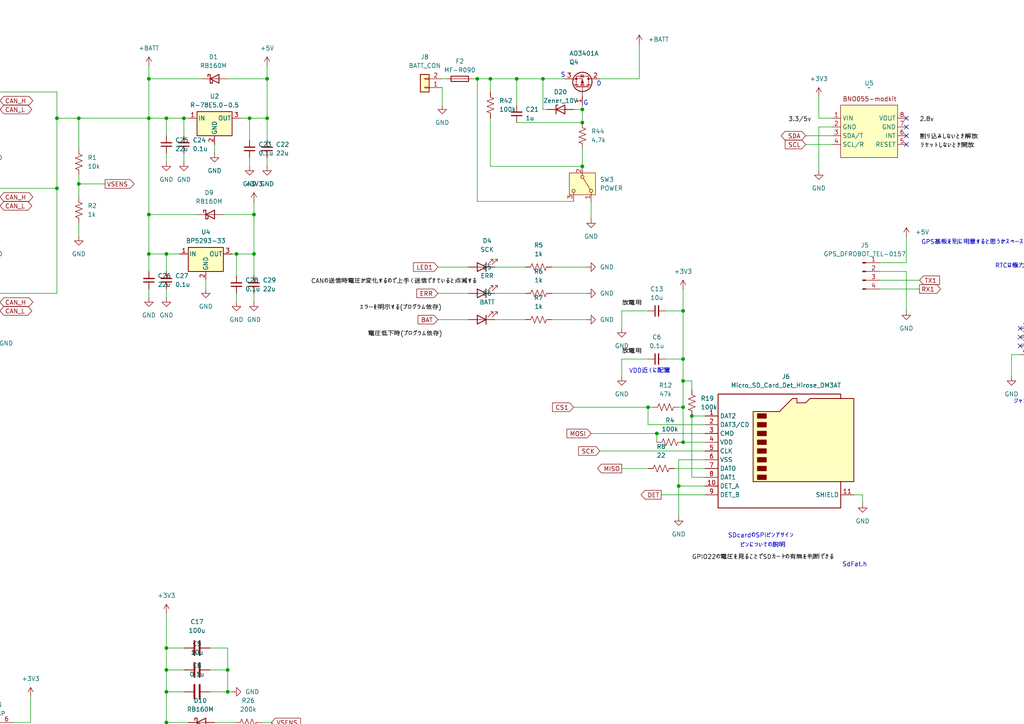
<source format=kicad_sch>
(kicad_sch (version 20250114) (generator "eeschema") (generator_version "9.0")
  (paper "A4")
  (lib_symbols
    (symbol "Connector:Conn_01x04_Pin" (pin_names (offset 1.016) (hide yes))
      (property "Reference" "J" (at 0 5.08 0))
      (property "Value" "Conn_01x04_Pin" (at 0 -7.62 0))
      (symbol "Conn_01x04_Pin_1_1"
        (pin passive line (at 5.08 2.54 180) (length 3.81) (name "Pin_1") (number "1"))
        (pin passive line (at 5.08 0 180) (length 3.81) (name "Pin_2") (number "2"))
        (pin passive line (at 5.08 -2.54 180) (length 3.81) (name "Pin_3") (number "3"))
        (pin passive line (at 5.08 -5.08 180) (length 3.81) (name "Pin_4") (number "4"))
      )
    )
    (symbol "Connector:Conn_01x06_Socket" (pin_names (offset 1.016) (hide yes))
      (property "Reference" "J" (at 0 7.62 0))
      (property "Value" "Conn_01x06_Socket" (at 0 -10.16 0))
      (symbol "Conn_01x06_Socket_1_1"
        (pin passive line (at -5.08 5.08 0) (length 3.81) (name "Pin_1") (number "1"))
        (pin passive line (at -5.08 2.54 0) (length 3.81) (name "Pin_2") (number "2"))
        (pin passive line (at -5.08 0 0) (length 3.81) (name "Pin_3") (number "3"))
        (pin passive line (at -5.08 -2.54 0) (length 3.81) (name "Pin_4") (number "4"))
        (pin passive line (at -5.08 -5.08 0) (length 3.81) (name "Pin_5") (number "5"))
        (pin passive line (at -5.08 -7.62 0) (length 3.81) (name "Pin_6") (number "6"))
      )
    )
    (symbol "Connector:Micro_SD_Card_Det_Hirose_DM3AT"
      (property "Reference" "J" (at -16.51 17.78 0))
      (property "Value" "Micro_SD_Card_Det_Hirose_DM3AT" (at 16.51 17.78 0))
      (symbol "Micro_SD_Card_Det_Hirose_DM3AT_1_1"
        (pin bidirectional line (at -22.86 10.16 0) (length 3.81) (name "DAT2") (number "1"))
        (pin bidirectional line (at -22.86 7.62 0) (length 3.81) (name "DAT3/CD") (number "2"))
        (pin input line (at -22.86 5.08 0) (length 3.81) (name "CMD") (number "3"))
        (pin power_in line (at -22.86 2.54 0) (length 3.81) (name "VDD") (number "4"))
        (pin input line (at -22.86 0 0) (length 3.81) (name "CLK") (number "5"))
        (pin power_in line (at -22.86 -2.54 0) (length 3.81) (name "VSS") (number "6"))
        (pin bidirectional line (at -22.86 -5.08 0) (length 3.81) (name "DAT0") (number "7"))
        (pin bidirectional line (at -22.86 -7.62 0) (length 3.81) (name "DAT1") (number "8"))
        (pin passive line (at -22.86 -10.16 0) (length 3.81) (name "DET_A") (number "10"))
        (pin passive line (at -22.86 -12.7 0) (length 3.81) (name "DET_B") (number "9"))
        (pin passive line (at 20.32 -12.7 180) (length 3.81) (name "SHIELD") (number "11"))
      )
    )
    (symbol "Connector:RJ25" (pin_names (offset 1.016))
      (property "Reference" "J" (at -5.08 11.43 0))
      (property "Value" "RJ25" (at 2.54 11.43 0))
      (symbol "RJ25_1_1"
        (pin passive line (at 10.16 7.62 180) (length 2.54) (name "~") (number "6"))
        (pin passive line (at 10.16 5.08 180) (length 2.54) (name "~") (number "5"))
        (pin passive line (at 10.16 2.54 180) (length 2.54) (name "~") (number "4"))
        (pin passive line (at 10.16 0 180) (length 2.54) (name "~") (number "3"))
        (pin passive line (at 10.16 -2.54 180) (length 2.54) (name "~") (number "2"))
        (pin passive line (at 10.16 -5.08 180) (length 2.54) (name "~") (number "1"))
      )
    )
    (symbol "Connector_Generic:Conn_01x02" (pin_names (offset 1.016) (hide yes))
      (property "Reference" "J" (at 0 2.54 0))
      (property "Value" "Conn_01x02" (at 0 -5.08 0))
      (symbol "Conn_01x02_1_1"
        (pin passive line (at -5.08 0 0) (length 3.81) (name "Pin_1") (number "1"))
        (pin passive line (at -5.08 -2.54 0) (length 3.81) (name "Pin_2") (number "2"))
      )
    )
    (symbol "Device:Battery_Cell" (pin_numbers (hide yes)) (pin_names (offset 0) (hide yes))
      (property "Reference" "BT" (at 2.54 2.54 0))
      (property "Value" "Battery_Cell" (at 2.54 0 0))
      (symbol "Battery_Cell_1_1"
        (pin passive line (at 0 5.08 270) (length 2.54) (name "+") (number "1"))
        (pin passive line (at 0 -2.54 90) (length 2.54) (name "-") (number "2"))
      )
    )
    (symbol "Device:C" (pin_numbers (hide yes)) (pin_names (offset 0.254))
      (property "Reference" "C" (at 0.635 2.54 0))
      (property "Value" "C" (at 0.635 -2.54 0))
      (symbol "C_1_1"
        (pin passive line (at 0 3.81 270) (length 2.794) (name "~") (number "1"))
        (pin passive line (at 0 -3.81 90) (length 2.794) (name "~") (number "2"))
      )
    )
    (symbol "Device:C_Small" (pin_numbers (hide yes)) (pin_names (offset 0.254) (hide yes))
      (property "Reference" "C" (at 0.254 1.778 0))
      (property "Value" "C_Small" (at 0.254 -2.032 0))
      (symbol "C_Small_1_1"
        (pin passive line (at 0 2.54 270) (length 2.032) (name "~") (number "1"))
        (pin passive line (at 0 -2.54 90) (length 2.032) (name "~") (number "2"))
      )
    )
    (symbol "Device:D_Schottky" (pin_numbers (hide yes)) (pin_names (offset 1.016) (hide yes))
      (property "Reference" "D" (at 0 2.54 0))
      (property "Value" "D_Schottky" (at 0 -2.54 0))
      (symbol "D_Schottky_1_1"
        (pin passive line (at -3.81 0 0) (length 2.54) (name "K") (number "1"))
        (pin passive line (at 3.81 0 180) (length 2.54) (name "A") (number "2"))
      )
    )
    (symbol "Device:D_Zener" (pin_numbers (hide yes)) (pin_names (offset 1.016) (hide yes))
      (property "Reference" "D" (at 0 2.54 0))
      (property "Value" "D_Zener" (at 0 -2.54 0))
      (symbol "D_Zener_1_1"
        (pin passive line (at -3.81 0 0) (length 2.54) (name "K") (number "1"))
        (pin passive line (at 3.81 0 180) (length 2.54) (name "A") (number "2"))
      )
    )
    (symbol "Device:FerriteBead_Small" (pin_numbers (hide yes)) (pin_names (offset 0))
      (property "Reference" "FB" (at 1.905 1.27 0))
      (property "Value" "FerriteBead_Small" (at 1.905 -1.27 0))
      (symbol "FerriteBead_Small_1_1"
        (pin passive line (at 0 2.54 270) (length 1.27) (name "~") (number "1"))
        (pin passive line (at 0 -2.54 90) (length 1.27) (name "~") (number "2"))
      )
    )
    (symbol "Device:Fuse" (pin_numbers (hide yes)) (pin_names (offset 0))
      (property "Reference" "F" (at 2.032 0 90))
      (property "Value" "Fuse" (at -1.905 0 90))
      (symbol "Fuse_1_1"
        (pin passive line (at 0 3.81 270) (length 1.27) (name "~") (number "1"))
        (pin passive line (at 0 -3.81 90) (length 1.27) (name "~") (number "2"))
      )
    )
    (symbol "Device:LED" (pin_numbers (hide yes)) (pin_names (offset 1.016) (hide yes))
      (property "Reference" "D" (at 0 2.54 0))
      (property "Value" "LED" (at 0 -2.54 0))
      (symbol "LED_1_1"
        (pin passive line (at -3.81 0 0) (length 2.54) (name "K") (number "1"))
        (pin passive line (at 3.81 0 180) (length 2.54) (name "A") (number "2"))
      )
    )
    (symbol "Device:Q_PMOS_GDS" (pin_names (offset 0) (hide yes))
      (property "Reference" "Q" (at 5.08 1.27 0))
      (property "Value" "Q_PMOS_GDS" (at 5.08 -1.27 0))
      (symbol "Q_PMOS_GDS_1_1"
        (pin input line (at -5.08 0 0) (length 2.54) (name "G") (number "1"))
        (pin passive line (at 2.54 5.08 270) (length 2.54) (name "D") (number "2"))
        (pin passive line (at 2.54 -5.08 90) (length 2.54) (name "S") (number "3"))
      )
    )
    (symbol "Device:R_US" (pin_numbers (hide yes)) (pin_names (offset 0))
      (property "Reference" "R" (at 2.54 0 90))
      (property "Value" "R_US" (at -2.54 0 90))
      (symbol "R_US_1_1"
        (pin passive line (at 0 3.81 270) (length 1.27) (name "~") (number "1"))
        (pin passive line (at 0 -3.81 90) (length 1.27) (name "~") (number "2"))
      )
    )
    (symbol "Device:Resonator_Small" (pin_names (offset 1.016) (hide yes))
      (property "Reference" "Y" (at 3.175 1.905 0))
      (property "Value" "Resonator_Small" (at 3.175 0 0))
      (symbol "Resonator_Small_1_1"
        (pin passive line (at -2.54 2.54 270) (length 1.27) (name "1") (number "1"))
        (pin passive line (at 0 -5.08 90) (length 1.27) (name "2") (number "2"))
        (pin passive line (at 2.54 2.54 270) (length 1.27) (name "3") (number "3"))
      )
    )
    (symbol "Interface_CAN_LIN:MCP25625-x-SS"
      (property "Reference" "U2" (at 7.2741 -27.94 0))
      (property "Value" "MCP25625-x-SS" (at 7.2741 -30.48 0))
      (symbol "MCP25625-x-SS_1_1"
        (pin input line (at -15.24 22.86 0) (length 2.54) (name "STBY") (number "5"))
        (pin input line (at -15.24 17.78 0) (length 2.54) (name "SCK") (number "14"))
        (pin input line (at -15.24 15.24 0) (length 2.54) (name "SI") (number "15"))
        (pin output line (at -15.24 12.7 0) (length 2.54) (name "SO") (number "16"))
        (pin input line (at -15.24 10.16 0) (length 2.54) (name "~{CS}") (number "17"))
        (pin input line (at -15.24 5.08 0) (length 2.54) (name "~{RESET}") (number "18"))
        (pin input line (at -15.24 0 0) (length 2.54) (name "~{Tx0RTS}") (number "23"))
        (pin input line (at -15.24 -2.54 0) (length 2.54) (name "~{Tx1RTS}") (number "6"))
        (pin input line (at -15.24 -5.08 0) (length 2.54) (name "~{Tx2RTS}") (number "7"))
        (pin output line (at -15.24 -10.16 0) (length 2.54) (name "~{Rx0BF}") (number "12"))
        (pin output line (at -15.24 -12.7 0) (length 2.54) (name "~{Rx1BF}") (number "11"))
        (pin output line (at -15.24 -17.78 0) (length 2.54) (name "~{INT}") (number "13"))
        (pin output line (at -15.24 -22.86 0) (length 2.54) (name "CLKOUT") (number "22"))
        (pin power_in line (at -5.08 27.94 270) (length 2.54) (name "VDD") (number "19"))
        (pin power_in line (at -2.54 27.94 270) (length 2.54) (name "VIO") (number "1"))
        (pin power_in line (at -2.54 -27.94 90) (length 2.54) (name "GND") (number "10"))
        (pin power_in line (at 5.08 27.94 270) (length 2.54) (name "VDDA") (number "27"))
        (pin power_in line (at 5.08 -27.94 90) (length 2.54) (name "VSS") (number "26"))
        (pin no_connect line (at 12.7 -15.24 180) (length 2.54) (hide yes) (name "NC") (number "2"))
        (pin no_connect line (at 12.7 -17.78 180) (length 2.54) (hide yes) (name "NC") (number "25"))
        (pin bidirectional line (at 15.24 22.86 180) (length 2.54) (name "CAN_H") (number "4"))
        (pin bidirectional line (at 15.24 20.32 180) (length 2.54) (name "CAN_L") (number "3"))
        (pin output line (at 15.24 15.24 180) (length 2.54) (name "RXD") (number "28"))
        (pin input line (at 15.24 12.7 180) (length 2.54) (name "TXD") (number "24"))
        (pin output line (at 15.24 7.62 180) (length 2.54) (name "TxCAN") (number "20"))
        (pin input line (at 15.24 5.08 180) (length 2.54) (name "RxCAN") (number "21"))
        (pin output line (at 15.24 -5.08 180) (length 2.54) (name "OSC2") (number "8"))
        (pin input line (at 15.24 -12.7 180) (length 2.54) (name "OSC1") (number "9"))
      )
    )
    (symbol "Jumper:SolderJumper_2_Open" (pin_numbers (hide yes)) (pin_names (offset 0) (hide yes)) (exclude_from_sim yes) (in_bom no)
      (property "Reference" "JP" (at 0 2.032 0))
      (property "Value" "SolderJumper_2_Open" (at 0 -2.54 0))
      (symbol "SolderJumper_2_Open_1_1"
        (pin passive line (at -3.81 0 0) (length 2.54) (name "A") (number "1"))
        (pin passive line (at 3.81 0 180) (length 2.54) (name "B") (number "2"))
      )
    )
    (symbol "KUBTSS_parts:Gyro_AE-BNO055-BO"
      (property "Reference" "U" (at 0 12.192 0))
      (symbol "Gyro_AE-BNO055-BO_1_1"
        (text "BNO055-modkit" (at -0.508 9.398 0) (effects (font (size 1.27 1.27))))
        (pin input line (at -11.43 3.81 0) (length 2.54) (name "VIN") (number "1"))
        (pin input line (at -11.43 1.27 0) (length 2.54) (name "GND") (number "2"))
        (pin input line (at -11.43 -1.27 0) (length 2.54) (name "SDA/T") (number "3"))
        (pin input line (at -11.43 -3.81 0) (length 2.54) (name "SCL/R") (number "4"))
        (pin input line (at 10.16 3.81 180) (length 2.54) (name "VOUT") (number "8"))
        (pin input line (at 10.16 1.27 180) (length 2.54) (name "GND") (number "7"))
        (pin input line (at 10.16 -1.27 180) (length 2.54) (name "INT") (number "6"))
        (pin input line (at 10.16 -3.81 180) (length 2.54) (name "RESET") (number "5"))
      )
    )
    (symbol "KUBTSS_parts:RX8900_RTC"
      (property "Reference" "U" (at 0 0 0))
      (symbol "RX8900_RTC_1_1"
        (pin input line (at -7.62 -3.81 0) (length 2.54) (name "FOE") (number "1"))
        (pin input line (at -7.62 -6.35 0) (length 2.54) (name "FOUT") (number "2"))
        (pin input line (at -7.62 -8.89 0) (length 2.54) (name "INT") (number "3"))
        (pin input line (at -7.62 -11.43 0) (length 2.54) (name "GND") (number "4"))
        (pin input line (at 8.89 -3.81 180) (length 2.54) (name "VDD") (number "8"))
        (pin input line (at 8.89 -6.35 180) (length 2.54) (name "VBAT") (number "7"))
        (pin input line (at 8.89 -8.89 180) (length 2.54) (name "SCL") (number "6"))
        (pin input line (at 8.89 -11.43 180) (length 2.54) (name "SDA") (number "5"))
      )
    )
    (symbol "RF_Module:ESP32-WROOM-32"
      (property "Reference" "U" (at -12.7 34.29 0))
      (property "Value" "ESP32-WROOM-32" (at 1.27 34.29 0))
      (symbol "ESP32-WROOM-32_1_1"
        (pin input line (at -15.24 30.48 0) (length 2.54) (name "EN") (number "3"))
        (pin input line (at -15.24 25.4 0) (length 2.54) (name "SENSOR_VP") (number "4"))
        (pin input line (at -15.24 22.86 0) (length 2.54) (name "SENSOR_VN") (number "5"))
        (pin bidirectional line (at -15.24 0 0) (length 2.54) (name "SDO/SD0") (number "21"))
        (pin bidirectional line (at -15.24 -2.54 0) (length 2.54) (name "SDI/SD1") (number "22"))
        (pin bidirectional line (at -15.24 -5.08 0) (length 2.54) (name "SHD/SD2") (number "17"))
        (pin bidirectional line (at -15.24 -7.62 0) (length 2.54) (name "SWP/SD3") (number "18"))
        (pin bidirectional line (at -15.24 -10.16 0) (length 2.54) (name "SCK/CLK") (number "20"))
        (pin bidirectional line (at -15.24 -12.7 0) (length 2.54) (name "SCS/CMD") (number "19"))
        (pin no_connect line (at -12.7 -27.94 0) (length 2.54) (hide yes) (name "NC") (number "32"))
        (pin power_in line (at 0 35.56 270) (length 2.54) (name "VDD") (number "2"))
        (pin power_in line (at 0 -35.56 90) (length 2.54) (name "GND") (number "1"))
        (pin passive line (at 0 -35.56 90) (length 2.54) (hide yes) (name "GND") (number "15"))
        (pin passive line (at 0 -35.56 90) (length 2.54) (hide yes) (name "GND") (number "38"))
        (pin passive line (at 0 -35.56 90) (length 2.54) (hide yes) (name "GND") (number "39"))
        (pin bidirectional line (at 15.24 30.48 180) (length 2.54) (name "IO0") (number "25"))
        (pin bidirectional line (at 15.24 27.94 180) (length 2.54) (name "TXD0/IO1") (number "35"))
        (pin bidirectional line (at 15.24 25.4 180) (length 2.54) (name "IO2") (number "24"))
        (pin bidirectional line (at 15.24 22.86 180) (length 2.54) (name "RXD0/IO3") (number "34"))
        (pin bidirectional line (at 15.24 20.32 180) (length 2.54) (name "IO4") (number "26"))
        (pin bidirectional line (at 15.24 17.78 180) (length 2.54) (name "IO5") (number "29"))
        (pin bidirectional line (at 15.24 15.24 180) (length 2.54) (name "IO12") (number "14"))
        (pin bidirectional line (at 15.24 12.7 180) (length 2.54) (name "IO13") (number "16"))
        (pin bidirectional line (at 15.24 10.16 180) (length 2.54) (name "IO14") (number "13"))
        (pin bidirectional line (at 15.24 7.62 180) (length 2.54) (name "IO15") (number "23"))
        (pin bidirectional line (at 15.24 5.08 180) (length 2.54) (name "IO16") (number "27"))
        (pin bidirectional line (at 15.24 2.54 180) (length 2.54) (name "IO17") (number "28"))
        (pin bidirectional line (at 15.24 0 180) (length 2.54) (name "IO18") (number "30"))
        (pin bidirectional line (at 15.24 -2.54 180) (length 2.54) (name "IO19") (number "31"))
        (pin bidirectional line (at 15.24 -5.08 180) (length 2.54) (name "IO21") (number "33"))
        (pin bidirectional line (at 15.24 -7.62 180) (length 2.54) (name "IO22") (number "36"))
        (pin bidirectional line (at 15.24 -10.16 180) (length 2.54) (name "IO23") (number "37"))
        (pin bidirectional line (at 15.24 -12.7 180) (length 2.54) (name "IO25") (number "10"))
        (pin bidirectional line (at 15.24 -15.24 180) (length 2.54) (name "IO26") (number "11"))
        (pin bidirectional line (at 15.24 -17.78 180) (length 2.54) (name "IO27") (number "12"))
        (pin bidirectional line (at 15.24 -20.32 180) (length 2.54) (name "IO32") (number "8"))
        (pin bidirectional line (at 15.24 -22.86 180) (length 2.54) (name "IO33") (number "9"))
        (pin input line (at 15.24 -25.4 180) (length 2.54) (name "IO34") (number "6"))
        (pin input line (at 15.24 -27.94 180) (length 2.54) (name "IO35") (number "7"))
      )
    )
    (symbol "Regulator_Switching:R-78E5.0-0.5" (pin_names (offset 0.254))
      (property "Reference" "U" (at -3.81 3.175 0))
      (property "Value" "R-78E5.0-0.5" (at 0 3.175 0))
      (symbol "R-78E5.0-0.5_1_1"
        (pin power_in line (at -7.62 0 0) (length 2.54) (name "IN") (number "1"))
        (pin power_in line (at 0 -7.62 90) (length 2.54) (name "GND") (number "2"))
        (pin power_out line (at 7.62 0 180) (length 2.54) (name "OUT") (number "3"))
      )
    )
    (symbol "Switch:SW_SPDT" (pin_names (offset 0) (hide yes))
      (property "Reference" "SW" (at 0 5.08 0))
      (property "Value" "SW_SPDT" (at 0 -5.08 0))
      (symbol "SW_SPDT_1_1"
        (pin passive line (at -5.08 0 0) (length 2.54) (name "B") (number "2"))
        (pin passive line (at 5.08 2.54 180) (length 2.54) (name "A") (number "1"))
        (pin passive line (at 5.08 -2.54 180) (length 2.54) (name "C") (number "3"))
      )
    )
    (symbol "power:+3V3" (power) (pin_numbers (hide yes)) (pin_names (offset 0) (hide yes))
      (property "Value" "+3V3" (at 0 3.556 0))
      (symbol "+3V3_1_1"
        (pin power_in line (at 0 0 90) (length 0) (name "~") (number "1"))
      )
    )
    (symbol "power:+5V" (power) (pin_numbers (hide yes)) (pin_names (offset 0) (hide yes))
      (property "Value" "+5V" (at 0 3.556 0))
      (symbol "+5V_1_1"
        (pin power_in line (at 0 0 90) (length 0) (name "~") (number "1"))
      )
    )
    (symbol "power:+BATT" (power) (pin_numbers (hide yes)) (pin_names (offset 0) (hide yes))
      (property "Value" "+BATT" (at 0 3.556 0))
      (symbol "+BATT_1_1"
        (pin power_in line (at 0 0 90) (length 0) (name "~") (number "1"))
      )
    )
    (symbol "power:GND" (power) (pin_numbers (hide yes)) (pin_names (offset 0) (hide yes))
      (property "Value" "GND" (at 0 -3.81 0))
      (symbol "GND_1_1"
        (pin power_in line (at 0 0 270) (length 0) (name "~") (number "1"))
      )
    )
  )
  (text "SdFat.h\n" (at 247.904 163.83 0) (effects (font (size 1.27 1.27))))
  (text "ジャンパJ1でモジュール内I2Cプルアップする" (at 308.864 116.586 0) (effects (font (size 1.27 1.27))))
  (text "RTCは極力時間を同期させるためにデータが多く集まるメイン基板に置く。" (at 314.706 77.216 0) (effects (font (size 1.27 1.27))))
  (text "SDcardのSPIピンアサイン" (at 220.726 155.448 0) (effects (font (size 1.27 1.27))))
  (text "G" (at 169.926 29.972 0) (effects (font (size 1.27 1.27))))
  (text "S" (at 163.322 21.844 0) (effects (font (size 1.27 1.27))))
  (text "VDD近くに配置" (at 188.468 107.696 0) (effects (font (size 1.27 1.27))))
  (text "D\n" (at 173.736 24.384 0) (effects (font (size 1.27 1.27))))
  (text "ピンについての説明" (at 221.234 158.242 0) (effects (font (size 1.27 1.27))))
  (text "GPS基板を別に用意すると思うがスペースだけ設けておく" (at 287.02 70.358 0) (effects (font (size 1.27 1.27))))
  (junction (at 196.85 140.97))
  (junction (at 198.12 118.11))
  (junction (at 43.18 62.23))
  (junction (at 16.51 54.61))
  (junction (at 72.39 34.29))
  (junction (at 48.26 34.29))
  (junction (at 168.91 35.56))
  (junction (at 68.58 73.66))
  (junction (at 78.74 229.87))
  (junction (at 168.91 31.75))
  (junction (at 48.26 187.96))
  (junction (at 43.18 22.86))
  (junction (at 317.5 88.9))
  (junction (at 200.66 228.6))
  (junction (at 48.26 73.66))
  (junction (at 66.04 194.31))
  (junction (at 22.86 53.34))
  (junction (at 48.26 200.66))
  (junction (at 187.96 118.11))
  (junction (at 66.04 200.66))
  (junction (at 102.87 231.14))
  (junction (at 208.28 227.33))
  (junction (at 168.91 48.26))
  (junction (at 198.12 104.14))
  (junction (at 198.12 128.27))
  (junction (at 198.12 90.17))
  (junction (at 138.43 22.86))
  (junction (at 200.66 120.65))
  (junction (at 190.5 125.73))
  (junction (at 53.34 34.29))
  (junction (at 16.51 34.29))
  (junction (at 77.47 34.29))
  (junction (at 208.28 241.3))
  (junction (at 198.12 110.49))
  (junction (at 22.86 34.29))
  (junction (at 157.48 22.86))
  (junction (at 43.18 34.29))
  (junction (at 327.66 97.79))
  (junction (at 48.26 209.55))
  (junction (at 77.47 22.86))
  (junction (at 200.66 222.25))
  (junction (at 73.66 73.66))
  (junction (at 149.86 22.86))
  (junction (at 142.24 22.86))
  (junction (at 208.28 245.11))
  (junction (at 198.12 237.49))
  (junction (at 43.18 73.66))
  (junction (at 73.66 62.23))
  (junction (at 198.12 243.84))
  (junction (at 48.26 194.31))
  (no_connect (at -5.08 52.07))
  (no_connect (at 187.96 279.4))
  (no_connect (at 295.91 95.25))
  (no_connect (at 187.96 281.94))
  (no_connect (at 187.96 276.86))
  (no_connect (at 187.96 287.02))
  (no_connect (at 187.96 289.56))
  (no_connect (at -5.08 36.83))
  (no_connect (at -5.08 64.77))
  (no_connect (at 262.89 39.37))
  (no_connect (at 295.91 100.33))
  (no_connect (at -5.08 82.55))
  (no_connect (at 262.89 41.91))
  (no_connect (at -5.08 95.25))
  (no_connect (at 262.89 36.83))
  (no_connect (at -5.08 24.13))
  (no_connect (at 187.96 299.72))
  (no_connect (at 295.91 97.79))
  (no_connect (at 262.89 34.29))
  (wire (pts (xy 63.5 251.46) (xy 71.12 251.46)))
  (wire (pts (xy -16.51 5.08) (xy -12.7 5.08)))
  (wire (pts (xy -16.51 -11.43) (xy -16.51 -7.62)))
  (wire (pts (xy 208.28 245.11) (xy 213.36 245.11)))
  (wire (pts (xy 78.74 251.46) (xy 83.82 251.46)))
  (wire (pts (xy 16.51 54.61) (xy 16.51 34.29)))
  (wire (pts (xy -5.08 34.29) (xy -1.27 34.29)))
  (wire (pts (xy 73.66 276.86) (xy 63.5 276.86)))
  (wire (pts (xy 220.98 289.56) (xy 218.44 289.56)))
  (wire (pts (xy 187.96 90.17) (xy 180.34 90.17)))
  (wire (pts (xy 63.5 231.14) (xy 102.87 231.14)))
  (wire (pts (xy 138.43 58.42) (xy 138.43 22.86)))
  (wire (pts (xy 43.18 62.23) (xy 57.15 62.23)))
  (wire (pts (xy 190.5 125.73) (xy 204.47 125.73)))
  (wire (pts (xy 213.36 241.3) (xy 208.28 241.3)))
  (wire (pts (xy 67.31 73.66) (xy 68.58 73.66)))
  (wire (pts (xy 204.47 133.35) (xy 196.85 133.35)))
  (wire (pts (xy 173.99 130.81) (xy 204.47 130.81)))
  (wire (pts (xy 233.68 41.91) (xy 241.3 41.91)))
  (wire (pts (xy 204.47 138.43) (xy 200.66 138.43)))
  (wire (pts (xy 48.26 34.29) (xy 48.26 39.37)))
  (wire (pts (xy 182.88 264.16) (xy 187.96 264.16)))
  (wire (pts (xy 196.85 140.97) (xy 204.47 140.97)))
  (wire (pts (xy 198.12 128.27) (xy 204.47 128.27)))
  (wire (pts (xy 73.66 85.09) (xy 73.66 87.63)))
  (wire (pts (xy 160.02 77.47) (xy 170.18 77.47)))
  (wire (pts (xy 182.88 294.64) (xy 187.96 294.64)))
  (wire (pts (xy 48.26 194.31) (xy 48.26 200.66)))
  (wire (pts (xy 16.51 34.29) (xy 22.86 34.29)))
  (wire (pts (xy 168.91 43.18) (xy 168.91 48.26)))
  (wire (pts (xy 8.89 209.55) (xy 8.89 201.93)))
  (wire (pts (xy -5.08 87.63) (xy 0 87.63)))
  (wire (pts (xy 22.86 53.34) (xy 22.86 57.15)))
  (wire (pts (xy 63.5 256.54) (xy 83.82 256.54)))
  (wire (pts (xy 138.43 22.86) (xy 142.24 22.86)))
  (wire (pts (xy 142.24 48.26) (xy 168.91 48.26)))
  (wire (pts (xy 73.66 62.23) (xy 73.66 73.66)))
  (wire (pts (xy 63.5 264.16) (xy 83.82 264.16)))
  (wire (pts (xy 3.81 217.17) (xy 13.97 217.17)))
  (wire (pts (xy 327.66 96.52) (xy 327.66 97.79)))
  (wire (pts (xy -12.7 -22.86) (xy -16.51 -22.86)))
  (wire (pts (xy 185.42 222.25) (xy 190.5 222.25)))
  (wire (pts (xy 200.66 138.43) (xy 200.66 120.65)))
  (wire (pts (xy 233.68 39.37) (xy 241.3 39.37)))
  (wire (pts (xy 218.44 245.11) (xy 224.79 245.11)))
  (wire (pts (xy 48.26 177.8) (xy 48.26 187.96)))
  (wire (pts (xy 48.26 209.55) (xy 48.26 215.9)))
  (wire (pts (xy 78.74 219.71) (xy 78.74 229.87)))
  (wire (pts (xy -5.08 26.67) (xy 16.51 26.67)))
  (wire (pts (xy 66.04 200.66) (xy 67.31 200.66)))
  (wire (pts (xy 16.51 54.61) (xy 16.51 85.09)))
  (wire (pts (xy 43.18 62.23) (xy 43.18 34.29)))
  (wire (pts (xy 43.18 22.86) (xy 58.42 22.86)))
  (wire (pts (xy 198.12 90.17) (xy 198.12 104.14)))
  (wire (pts (xy 195.58 135.89) (xy 204.47 135.89)))
  (wire (pts (xy 157.48 22.86) (xy 163.83 22.86)))
  (wire (pts (xy 171.45 125.73) (xy 190.5 125.73)))
  (wire (pts (xy 180.34 104.14) (xy 180.34 109.22)))
  (wire (pts (xy 64.77 62.23) (xy 73.66 62.23)))
  (wire (pts (xy 198.12 110.49) (xy 198.12 118.11)))
  (wire (pts (xy 63.5 236.22) (xy 72.39 236.22)))
  (wire (pts (xy 312.42 100.33) (xy 316.23 100.33)))
  (wire (pts (xy 200.66 222.25) (xy 200.66 228.6)))
  (wire (pts (xy 48.26 73.66) (xy 52.07 73.66)))
  (wire (pts (xy 168.91 30.48) (xy 168.91 31.75)))
  (wire (pts (xy 63.5 259.08) (xy 85.09 259.08)))
  (wire (pts (xy 77.47 22.86) (xy 77.47 34.29)))
  (wire (pts (xy 195.58 228.6) (xy 200.66 228.6)))
  (wire (pts (xy 208.28 245.11) (xy 208.28 248.92)))
  (wire (pts (xy 218.44 261.62) (xy 222.25 261.62)))
  (wire (pts (xy -1.27 34.29) (xy -1.27 40.64)))
  (wire (pts (xy 63.5 228.6) (xy 69.85 228.6)))
  (wire (pts (xy 63.5 279.4) (xy 74.93 279.4)))
  (wire (pts (xy 78.74 209.55) (xy 78.74 212.09)))
  (wire (pts (xy 60.96 200.66) (xy 66.04 200.66)))
  (wire (pts (xy 48.26 73.66) (xy 48.26 78.74)))
  (wire (pts (xy 223.52 241.3) (xy 218.44 241.3)))
  (wire (pts (xy 262.89 78.74) (xy 262.89 90.17)))
  (wire (pts (xy 198.12 83.82) (xy 198.12 90.17)))
  (wire (pts (xy 255.27 81.28) (xy 266.7 81.28)))
  (wire (pts (xy -5.08 57.15) (xy 0 57.15)))
  (wire (pts (xy 48.26 209.55) (xy 54.61 209.55)))
  (wire (pts (xy 43.18 73.66) (xy 48.26 73.66)))
  (wire (pts (xy 66.04 22.86) (xy 77.47 22.86)))
  (wire (pts (xy 43.18 73.66) (xy 43.18 78.74)))
  (wire (pts (xy 102.87 237.49) (xy 102.87 231.14)))
  (wire (pts (xy 149.86 22.86) (xy 149.86 30.48)))
  (wire (pts (xy 3.81 219.71) (xy 10.16 219.71)))
  (wire (pts (xy 68.58 73.66) (xy 68.58 80.01)))
  (wire (pts (xy 312.42 97.79) (xy 327.66 97.79)))
  (wire (pts (xy 48.26 187.96) (xy 48.26 194.31)))
  (wire (pts (xy 22.86 53.34) (xy 30.48 53.34)))
  (wire (pts (xy 198.12 227.33) (xy 208.28 227.33)))
  (wire (pts (xy 173.99 22.86) (xy 185.42 22.86)))
  (wire (pts (xy -16.51 -22.86) (xy -16.51 -19.05)))
  (wire (pts (xy 3.81 212.09) (xy 13.97 212.09)))
  (wire (pts (xy 78.74 229.87) (xy 82.55 229.87)))
  (wire (pts (xy 262.89 76.2) (xy 262.89 68.58)))
  (wire (pts (xy 255.27 78.74) (xy 262.89 78.74)))
  (wire (pts (xy 72.39 34.29) (xy 77.47 34.29)))
  (wire (pts (xy 78.74 229.87) (xy 78.74 233.68)))
  (wire (pts (xy 200.66 304.8) (xy 200.66 309.88)))
  (wire (pts (xy 317.5 88.9) (xy 318.77 88.9)))
  (wire (pts (xy 62.23 209.55) (xy 68.1799 209.55)))
  (wire (pts (xy 313.69 102.87) (xy 312.42 102.87)))
  (wire (pts (xy 208.28 234.95) (xy 208.28 241.3)))
  (wire (pts (xy 63.5 254) (xy 71.12 254)))
  (wire (pts (xy 127 92.71) (xy 135.89 92.71)))
  (wire (pts (xy 193.04 237.49) (xy 198.12 237.49)))
  (wire (pts (xy 71.12 223.52) (xy 63.5 223.52)))
  (wire (pts (xy 72.39 45.72) (xy 72.39 48.26)))
  (wire (pts (xy 53.34 34.29) (xy 53.34 39.37)))
  (wire (pts (xy 43.18 19.05) (xy 43.18 22.86)))
  (wire (pts (xy 53.34 44.45) (xy 53.34 46.99)))
  (wire (pts (xy 102.87 237.49) (xy 104.14 237.49)))
  (wire (pts (xy 293.37 102.87) (xy 293.37 109.22)))
  (wire (pts (xy 168.91 254) (xy 175.26 254)))
  (wire (pts (xy 316.23 106.68) (xy 316.23 100.33)))
  (wire (pts (xy 327.66 97.79) (xy 327.66 99.06)))
  (wire (pts (xy 218.44 254) (xy 222.25 254)))
  (wire (pts (xy 193.04 243.84) (xy 198.12 243.84)))
  (wire (pts (xy 48.26 44.45) (xy 48.26 46.99)))
  (wire (pts (xy 60.96 194.31) (xy 66.04 194.31)))
  (wire (pts (xy 3.81 209.55) (xy 8.89 209.55)))
  (wire (pts (xy 68.58 246.38) (xy 63.5 246.38)))
  (wire (pts (xy 200.66 113.03) (xy 200.66 110.49)))
  (wire (pts (xy 255.27 76.2) (xy 262.89 76.2)))
  (wire (pts (xy 63.5 220.98) (xy 87.63 220.98)))
  (wire (pts (xy 77.47 34.29) (xy 77.47 40.64)))
  (wire (pts (xy 218.44 281.94) (xy 220.98 281.94)))
  (wire (pts (xy 30.48 220.98) (xy 33.02 220.98)))
  (wire (pts (xy 54.61 34.29) (xy 53.34 34.29)))
  (wire (pts (xy 149.86 35.56) (xy 168.91 35.56)))
  (wire (pts (xy 75.7999 209.55) (xy 78.74 209.55)))
  (wire (pts (xy 250.19 143.51) (xy 250.19 146.05)))
  (wire (pts (xy 22.86 34.29) (xy 43.18 34.29)))
  (wire (pts (xy -1.27 92.71) (xy -1.27 99.06)))
  (wire (pts (xy 198.12 118.11) (xy 198.12 128.27)))
  (wire (pts (xy 166.37 58.42) (xy 138.43 58.42)))
  (wire (pts (xy 48.26 200.66) (xy 48.26 209.55)))
  (wire (pts (xy 191.77 143.51) (xy 204.47 143.51)))
  (wire (pts (xy 69.85 34.29) (xy 72.39 34.29)))
  (wire (pts (xy 195.58 222.25) (xy 200.66 222.25)))
  (wire (pts (xy 208.28 223.52) (xy 208.28 227.33)))
  (wire (pts (xy 78.74 254) (xy 83.82 254)))
  (wire (pts (xy 193.04 104.14) (xy 198.12 104.14)))
  (wire (pts (xy -5.08 31.75) (xy 0 31.75)))
  (wire (pts (xy -5.08 85.09) (xy 16.51 85.09)))
  (wire (pts (xy 43.18 22.86) (xy 43.18 34.29)))
  (wire (pts (xy 63.5 233.68) (xy 78.74 233.68)))
  (wire (pts (xy 200.66 228.6) (xy 200.66 248.92)))
  (wire (pts (xy 111.76 237.49) (xy 114.3 237.49)))
  (wire (pts (xy 220.98 281.94) (xy 220.98 283.21)))
  (wire (pts (xy 157.48 31.75) (xy 158.75 31.75)))
  (wire (pts (xy 48.26 187.96) (xy 53.34 187.96)))
  (wire (pts (xy -5.08 90.17) (xy 0 90.17)))
  (wire (pts (xy 77.47 19.05) (xy 77.47 22.86)))
  (wire (pts (xy 208.28 227.33) (xy 208.28 229.87)))
  (wire (pts (xy 43.18 83.82) (xy 43.18 86.36)))
  (wire (pts (xy 313.69 106.68) (xy 313.69 102.87)))
  (wire (pts (xy 187.96 118.11) (xy 187.96 123.19)))
  (wire (pts (xy 182.88 243.84) (xy 187.96 243.84)))
  (wire (pts (xy 127 85.09) (xy 135.89 85.09)))
  (wire (pts (xy 198.12 227.33) (xy 198.12 237.49)))
  (wire (pts (xy 143.51 85.09) (xy 152.4 85.09)))
  (wire (pts (xy 22.86 50.8) (xy 22.86 53.34)))
  (wire (pts (xy 182.88 254) (xy 187.96 254)))
  (wire (pts (xy 220.98 264.16) (xy 220.98 269.24)))
  (wire (pts (xy 182.88 237.49) (xy 187.96 237.49)))
  (wire (pts (xy 87.63 229.87) (xy 90.17 229.87)))
  (wire (pts (xy 53.34 34.29) (xy 48.26 34.29)))
  (wire (pts (xy 62.23 41.91) (xy 62.23 44.45)))
  (wire (pts (xy 160.02 92.71) (xy 170.18 92.71)))
  (wire (pts (xy 190.5 125.73) (xy 190.5 128.27)))
  (wire (pts (xy 128.27 22.86) (xy 129.54 22.86)))
  (wire (pts (xy 10.16 219.71) (xy 10.16 227.33)))
  (wire (pts (xy 157.48 22.86) (xy 157.48 31.75)))
  (wire (pts (xy 241.3 36.83) (xy 237.49 36.83)))
  (wire (pts (xy 200.66 218.44) (xy 200.66 222.25)))
  (wire (pts (xy 255.27 83.82) (xy 266.7 83.82)))
  (wire (pts (xy 198.12 104.14) (xy 198.12 110.49)))
  (wire (pts (xy 237.49 36.83) (xy 237.49 49.53)))
  (wire (pts (xy 317.5 88.9) (xy 317.5 95.25)))
  (wire (pts (xy 196.85 133.35) (xy 196.85 140.97)))
  (wire (pts (xy 66.04 187.96) (xy 66.04 194.31)))
  (wire (pts (xy 228.6 285.75) (xy 233.68 285.75)))
  (wire (pts (xy 80.01 236.22) (xy 85.09 236.22)))
  (wire (pts (xy 220.98 288.29) (xy 220.98 289.56)))
  (wire (pts (xy 114.3 231.14) (xy 102.87 231.14)))
  (wire (pts (xy 196.85 140.97) (xy 196.85 149.86)))
  (wire (pts (xy 77.47 45.72) (xy 77.47 48.26)))
  (wire (pts (xy 72.39 34.29) (xy 72.39 40.64)))
  (wire (pts (xy 142.24 22.86) (xy 149.86 22.86)))
  (wire (pts (xy 48.26 83.82) (xy 48.26 86.36)))
  (wire (pts (xy 198.12 243.84) (xy 198.12 248.92)))
  (wire (pts (xy 63.5 241.3) (xy 93.98 241.3)))
  (wire (pts (xy 73.66 58.42) (xy 73.66 62.23)))
  (wire (pts (xy 143.51 77.47) (xy 152.4 77.47)))
  (wire (pts (xy 327.66 106.68) (xy 327.66 109.22)))
  (wire (pts (xy 168.91 31.75) (xy 168.91 35.56)))
  (wire (pts (xy 200.66 120.65) (xy 204.47 120.65)))
  (wire (pts (xy 218.44 264.16) (xy 220.98 264.16)))
  (wire (pts (xy -5.08 92.71) (xy -1.27 92.71)))
  (wire (pts (xy 187.96 104.14) (xy 180.34 104.14)))
  (wire (pts (xy -1.27 62.23) (xy -1.27 68.58)))
  (wire (pts (xy 173.99 271.78) (xy 177.8 271.78)))
  (wire (pts (xy -5.08 29.21) (xy 0 29.21)))
  (wire (pts (xy 182.88 259.08) (xy 187.96 259.08)))
  (wire (pts (xy 187.96 118.11) (xy 189.23 118.11)))
  (wire (pts (xy 222.25 261.62) (xy 222.25 271.78)))
  (wire (pts (xy 59.69 81.28) (xy 59.69 83.82)))
  (wire (pts (xy 168.91 266.7) (xy 187.96 266.7)))
  (wire (pts (xy 198.12 237.49) (xy 198.12 243.84)))
  (wire (pts (xy 222.25 256.54) (xy 218.44 256.54)))
  (wire (pts (xy 137.16 22.86) (xy 138.43 22.86)))
  (wire (pts (xy 63.5 248.92) (xy 71.12 248.92)))
  (wire (pts (xy 43.18 73.66) (xy 43.18 62.23)))
  (wire (pts (xy 3.81 214.63) (xy 13.97 214.63)))
  (wire (pts (xy 68.58 85.09) (xy 68.58 87.63)))
  (wire (pts (xy 68.58 73.66) (xy 73.66 73.66)))
  (wire (pts (xy -5.08 59.69) (xy 0 59.69)))
  (wire (pts (xy 185.42 228.6) (xy 190.5 228.6)))
  (wire (pts (xy 237.49 34.29) (xy 237.49 27.94)))
  (wire (pts (xy 22.86 64.77) (xy 22.86 68.58)))
  (wire (pts (xy 16.51 26.67) (xy 16.51 34.29)))
  (wire (pts (xy 312.42 95.25) (xy 317.5 95.25)))
  (wire (pts (xy 171.45 58.42) (xy 171.45 63.5)))
  (wire (pts (xy 187.96 123.19) (xy 204.47 123.19)))
  (wire (pts (xy 73.66 73.66) (xy 73.66 80.01)))
  (wire (pts (xy 48.26 194.31) (xy 53.34 194.31)))
  (wire (pts (xy 142.24 22.86) (xy 142.24 26.67)))
  (wire (pts (xy 3.81 222.25) (xy 15.24 222.25)))
  (wire (pts (xy 166.37 118.11) (xy 187.96 118.11)))
  (wire (pts (xy 62.23 269.24) (xy 63.5 269.24)))
  (wire (pts (xy 63.5 271.78) (xy 83.82 271.78)))
  (wire (pts (xy 185.42 12.7) (xy 185.42 22.86)))
  (wire (pts (xy 143.51 92.71) (xy 152.4 92.71)))
  (wire (pts (xy 185.42 271.78) (xy 187.96 271.78)))
  (wire (pts (xy 48.26 287.02) (xy 48.26 292.1)))
  (wire (pts (xy 63.5 274.32) (xy 83.82 274.32)))
  (wire (pts (xy 182.88 261.62) (xy 187.96 261.62)))
  (wire (pts (xy 200.66 110.49) (xy 198.12 110.49)))
  (wire (pts (xy 180.34 135.89) (xy 187.96 135.89)))
  (wire (pts (xy 208.28 241.3) (xy 208.28 245.11)))
  (wire (pts (xy -5.08 62.23) (xy -1.27 62.23)))
  (wire (pts (xy -16.51 0) (xy -16.51 5.08)))
  (wire (pts (xy -5.08 54.61) (xy 16.51 54.61)))
  (wire (pts (xy 78.74 248.92) (xy 85.09 248.92)))
  (wire (pts (xy 48.26 34.29) (xy 43.18 34.29)))
  (wire (pts (xy 180.34 90.17) (xy 180.34 95.25)))
  (wire (pts (xy 128.27 25.4) (xy 128.27 30.48)))
  (wire (pts (xy 66.04 194.31) (xy 66.04 200.66)))
  (wire (pts (xy 222.25 271.78) (xy 218.44 271.78)))
  (wire (pts (xy 326.39 88.9) (xy 327.66 88.9)))
  (wire (pts (xy 220.98 269.24) (xy 218.44 269.24)))
  (wire (pts (xy 166.37 31.75) (xy 168.91 31.75)))
  (wire (pts (xy 63.5 243.84) (xy 93.98 243.84)))
  (wire (pts (xy 60.96 187.96) (xy 66.04 187.96)))
  (wire (pts (xy 127 77.47) (xy 135.89 77.47)))
  (wire (pts (xy 317.5 86.36) (xy 317.5 88.9)))
  (wire (pts (xy 295.91 102.87) (xy 293.37 102.87)))
  (wire (pts (xy 196.85 118.11) (xy 198.12 118.11)))
  (wire (pts (xy 149.86 22.86) (xy 157.48 22.86)))
  (wire (pts (xy 22.86 34.29) (xy 22.86 43.18)))
  (wire (pts (xy 48.26 200.66) (xy 53.34 200.66)))
  (wire (pts (xy 193.04 90.17) (xy 198.12 90.17)))
  (wire (pts (xy 247.65 143.51) (xy 250.19 143.51)))
  (wire (pts (xy 142.24 34.29) (xy 142.24 48.26)))
  (wire (pts (xy 241.3 34.29) (xy 237.49 34.29)))
  (wire (pts (xy 160.02 85.09) (xy 170.18 85.09)))
  (label "リセットしないとき開放" (at 266.7 43.18 0))
  (label "canの終端抵抗" (at -6.35 -13.97 0))
  (label "2.8v" (at 266.7 35.56 0))
  (label "放電用" (at 180.34 88.9 0))
  (label "3.3{slash}5v" (at 228.6 35.56 0))
  (label "放電用" (at 180.34 102.87 0))
  (label "割り込みしないとき解放" (at 266.7 40.64 0))
  (label "mcp25625の近くに配置する" (at 218.44 275.59 0))
  (label "内部クロックは使わない" (at 172.72 303.53 0))
  (label "電圧低下時(プログラム依存)" (at 106.68 97.79 0))
  (label "GPIO22の電圧を見ることでSDカードの有無を判断できる" (at 200.66 162.56 0))
  (label "エラーを明示する(プログラム依存)" (at 104.14 90.17 0))
  (label "CANの送信時電圧が変化するので上手く送信できていると点滅する" (at 90.17 82.55 0))
  (label "low接続で通常モード" (at 173.99 251.46 0))
  (global_label "EN" (shape input) (at 30.48 220.98 180) (property "Intersheetrefs" "${INTERSHEET_REFS}" (effects (hide yes))))
  (global_label "BAT" (shape output) (at 73.66 276.86 0) (property "Intersheetrefs" "${INTERSHEET_REFS}" (effects (hide yes))))
  (global_label "CS" (shape input) (at 168.91 266.7 180) (property "Intersheetrefs" "${INTERSHEET_REFS}" (effects (hide yes))))
  (global_label "SDA" (shape bidirectional) (at 93.98 243.84 0) (property "Intersheetrefs" "${INTERSHEET_REFS}" (effects (hide yes))))
  (global_label "SCL" (shape input) (at 233.68 41.91 180) (property "Intersheetrefs" "${INTERSHEET_REFS}" (effects (hide yes))))
  (global_label "MOSI" (shape input) (at 182.88 261.62 180) (property "Intersheetrefs" "${INTERSHEET_REFS}" (effects (hide yes))))
  (global_label "SCK" (shape input) (at 182.88 259.08 180) (property "Intersheetrefs" "${INTERSHEET_REFS}" (effects (hide yes))))
  (global_label "INT" (shape output) (at 182.88 294.64 180) (property "Intersheetrefs" "${INTERSHEET_REFS}" (effects (hide yes))))
  (global_label "MISO" (shape output) (at 180.34 135.89 180) (property "Intersheetrefs" "${INTERSHEET_REFS}" (effects (hide yes))))
  (global_label "IO0" (shape input) (at 87.63 220.98 0) (property "Intersheetrefs" "${INTERSHEET_REFS}" (effects (hide yes))))
  (global_label "DET" (shape output) (at 191.77 143.51 180) (property "Intersheetrefs" "${INTERSHEET_REFS}" (effects (hide yes))))
  (global_label "MOSI" (shape input) (at 171.45 125.73 180) (property "Intersheetrefs" "${INTERSHEET_REFS}" (effects (hide yes))))
  (global_label "CS1" (shape input) (at 85.09 248.92 0) (property "Intersheetrefs" "${INTERSHEET_REFS}" (effects (hide yes))))
  (global_label "TX" (shape output) (at 71.12 223.52 0) (property "Intersheetrefs" "${INTERSHEET_REFS}" (effects (hide yes))))
  (global_label "ERR" (shape output) (at 74.93 279.4 0) (property "Intersheetrefs" "${INTERSHEET_REFS}" (effects (hide yes))))
  (global_label "MOSI" (shape output) (at 83.82 251.46 0) (property "Intersheetrefs" "${INTERSHEET_REFS}" (effects (hide yes))))
  (global_label "CAN_L" (shape bidirectional) (at -12.7 5.08 0) (property "Intersheetrefs" "${INTERSHEET_REFS}" (effects (hide yes))))
  (global_label "CAN_L" (shape bidirectional) (at 0 90.17 0) (property "Intersheetrefs" "${INTERSHEET_REFS}" (effects (hide yes))))
  (global_label "CAN_L" (shape bidirectional) (at 0 59.69 0) (property "Intersheetrefs" "${INTERSHEET_REFS}" (effects (hide yes))))
  (global_label "TX1" (shape input) (at 266.7 81.28 0) (property "Intersheetrefs" "${INTERSHEET_REFS}" (effects (hide yes))))
  (global_label "CAN_H" (shape bidirectional) (at 0 87.63 0) (property "Intersheetrefs" "${INTERSHEET_REFS}" (effects (hide yes))))
  (global_label "RX" (shape input) (at 69.85 228.6 0) (property "Intersheetrefs" "${INTERSHEET_REFS}" (effects (hide yes))))
  (global_label "MISO" (shape output) (at 182.88 264.16 180) (property "Intersheetrefs" "${INTERSHEET_REFS}" (effects (hide yes))))
  (global_label "SCL" (shape input) (at 316.23 106.68 270) (property "Intersheetrefs" "${INTERSHEET_REFS}" (effects (hide yes))))
  (global_label "VSENS" (shape output) (at 30.48 53.34 0) (property "Intersheetrefs" "${INTERSHEET_REFS}" (effects (hide yes))))
  (global_label "TX1" (shape output) (at 114.3 231.14 0) (property "Intersheetrefs" "${INTERSHEET_REFS}" (effects (hide yes))))
  (global_label "LED1" (shape input) (at 127 77.47 180) (property "Intersheetrefs" "${INTERSHEET_REFS}" (effects (hide yes))))
  (global_label "CAN_L" (shape bidirectional) (at 0 31.75 0) (property "Intersheetrefs" "${INTERSHEET_REFS}" (effects (hide yes))))
  (global_label "SDA" (shape bidirectional) (at 313.69 106.68 270) (property "Intersheetrefs" "${INTERSHEET_REFS}" (effects (hide yes))))
  (global_label "BAT" (shape input) (at 127 92.71 180) (property "Intersheetrefs" "${INTERSHEET_REFS}" (effects (hide yes))))
  (global_label "CS1" (shape input) (at 166.37 118.11 180) (property "Intersheetrefs" "${INTERSHEET_REFS}" (effects (hide yes))))
  (global_label "CAN_H" (shape bidirectional) (at 0 29.21 0) (property "Intersheetrefs" "${INTERSHEET_REFS}" (effects (hide yes))))
  (global_label "IO0" (shape output) (at 13.97 217.17 0) (property "Intersheetrefs" "${INTERSHEET_REFS}" (effects (hide yes))))
  (global_label "CAN_H" (shape bidirectional) (at 0 57.15 0) (property "Intersheetrefs" "${INTERSHEET_REFS}" (effects (hide yes))))
  (global_label "ERR" (shape input) (at 127 85.09 180) (property "Intersheetrefs" "${INTERSHEET_REFS}" (effects (hide yes))))
  (global_label "RX1" (shape input) (at 68.58 246.38 0) (property "Intersheetrefs" "${INTERSHEET_REFS}" (effects (hide yes))))
  (global_label "RX" (shape input) (at 13.97 214.63 0) (property "Intersheetrefs" "${INTERSHEET_REFS}" (effects (hide yes))))
  (global_label "VSENS" (shape input) (at 78.74 209.55 0) (property "Intersheetrefs" "${INTERSHEET_REFS}" (effects (hide yes))))
  (global_label "EN" (shape output) (at 13.97 212.09 0) (property "Intersheetrefs" "${INTERSHEET_REFS}" (effects (hide yes))))
  (global_label "SDA" (shape bidirectional) (at 233.68 39.37 180) (property "Intersheetrefs" "${INTERSHEET_REFS}" (effects (hide yes))))
  (global_label "RX1" (shape output) (at 266.7 83.82 0) (property "Intersheetrefs" "${INTERSHEET_REFS}" (effects (hide yes))))
  (global_label "CAN_H" (shape bidirectional) (at 222.25 254 0) (property "Intersheetrefs" "${INTERSHEET_REFS}" (effects (hide yes))))
  (global_label "CAN_H" (shape bidirectional) (at -12.7 -22.86 0) (property "Intersheetrefs" "${INTERSHEET_REFS}" (effects (hide yes))))
  (global_label "CS" (shape output) (at 83.82 274.32 0) (property "Intersheetrefs" "${INTERSHEET_REFS}" (effects (hide yes))))
  (global_label "SCK" (shape output) (at 83.82 254 0) (property "Intersheetrefs" "${INTERSHEET_REFS}" (effects (hide yes))))
  (global_label "TX" (shape output) (at 15.24 222.25 0) (property "Intersheetrefs" "${INTERSHEET_REFS}" (effects (hide yes))))
  (global_label "CAN_L" (shape bidirectional) (at 222.25 256.54 0) (property "Intersheetrefs" "${INTERSHEET_REFS}" (effects (hide yes))))
  (global_label "SCL" (shape output) (at 93.98 241.3 0) (property "Intersheetrefs" "${INTERSHEET_REFS}" (effects (hide yes))))
  (global_label "SCK" (shape input) (at 173.99 130.81 180) (property "Intersheetrefs" "${INTERSHEET_REFS}" (effects (hide yes))))
  (global_label "INT" (shape input) (at 83.82 271.78 0) (property "Intersheetrefs" "${INTERSHEET_REFS}" (effects (hide yes))))
  (global_label "LED1" (shape output) (at 83.82 264.16 0) (property "Intersheetrefs" "${INTERSHEET_REFS}" (effects (hide yes))))
  (global_label "DET" (shape input) (at 85.09 259.08 0) (property "Intersheetrefs" "${INTERSHEET_REFS}" (effects (hide yes))))
  (global_label "MISO" (shape input) (at 83.82 256.54 0) (property "Intersheetrefs" "${INTERSHEET_REFS}" (effects (hide yes))))
  (symbol (lib_id "Device:C_Small") (at 193.04 222.25 270) (unit 1)
    (property "Reference" "C15" (at 188.976 223.52 90))
    (property "Value" "1u" (at 188.976 225.298 90))
    (property "Footprint" "Capacitor_SMD:C_0603_1608Metric" (effects (hide yes)))
    (property "Description" "Unpolarized capacitor, small symbol" (effects (hide yes)))
  )
  (symbol (lib_id "power:GND") (at 327.66 109.22 0) (unit 1)
    (property "Reference" "#PWR043" (effects (hide yes)))
    (property "Value" "GND" (at 327.66 114.3 0))
    (property "Description" "Power symbol creates a global label with name \"GND\" , ground" (effects (hide yes)))
  )
  (symbol (lib_id "power:GND") (at 293.37 109.22 0) (unit 1)
    (property "Reference" "#PWR036" (effects (hide yes)))
    (property "Value" "GND" (at 293.37 114.3 0))
    (property "Description" "Power symbol creates a global label with name \"GND\" , ground" (effects (hide yes)))
  )
  (symbol (lib_id "Device:R_US") (at 179.07 254 270) (unit 1)
    (property "Reference" "R23" (at 178.054 258.318 90))
    (property "Value" "100k" (at 177.8 256.54 90))
    (property "Footprint" "Resistor_SMD:R_0603_1608Metric" (effects (hide yes)))
    (property "Description" "Resistor, US symbol" (effects (hide yes)))
  )
  (symbol (lib_id "power:GND") (at 73.66 87.63 0) (unit 1)
    (property "Reference" "#PWR070" (effects (hide yes)))
    (property "Value" "GND" (at 73.66 92.71 0))
    (property "Description" "Power symbol creates a global label with name \"GND\" , ground" (effects (hide yes)))
  )
  (symbol (lib_id "power:GND") (at -1.27 40.64 0) (unit 1)
    (property "Reference" "#PWR02" (effects (hide yes)))
    (property "Value" "GND" (at -1.27 45.72 0))
    (property "Description" "Power symbol creates a global label with name \"GND\" , ground" (effects (hide yes)))
  )
  (symbol (lib_id "Device:C_Small") (at 53.34 41.91 180) (unit 1)
    (property "Reference" "C24" (at 55.88 40.6335 0) (effects (justify right)))
    (property "Value" "0.1u" (at 55.88 43.1735 0) (effects (justify right)))
    (property "Footprint" "Capacitor_SMD:C_0603_1608Metric" (effects (hide yes)))
    (property "Description" "Unpolarized capacitor, small symbol" (effects (hide yes)))
  )
  (symbol (lib_id "Switch:SW_SPDT") (at 168.91 53.34 270) (unit 1)
    (property "Reference" "SW3" (at 173.99 52.0699 90) (effects (justify left)))
    (property "Value" "POWER" (at 173.99 54.6099 90) (effects (justify left)))
    (property "Footprint" "KUBTSS:toggle" (effects (hide yes)))
    (property "Description" "Switch, single pole double throw" (effects (hide yes)))
  )
  (symbol (lib_id "power:GND") (at 196.85 149.86 0) (unit 1)
    (property "Reference" "#PWR052" (effects (hide yes)))
    (property "Value" "GND" (at 196.85 154.94 0))
    (property "Description" "Power symbol creates a global label with name \"GND\" , ground" (effects (hide yes)))
  )
  (symbol (lib_id "Device:R_US") (at 78.74 215.9 0) (unit 1)
    (property "Reference" "R27" (at 81.28 214.6299 0) (effects (justify left)))
    (property "Value" "100k" (at 81.28 217.1699 0) (effects (justify left)))
    (property "Footprint" "Resistor_SMD:R_0603_1608Metric" (effects (hide yes)))
    (property "Description" "Resistor, US symbol" (effects (hide yes)))
  )
  (symbol (lib_id "Regulator_Switching:R-78E5.0-0.5") (at 59.69 73.66 0) (unit 1)
    (property "Reference" "U4" (at 59.69 67.31 0))
    (property "Value" "BP5293-33" (at 59.69 69.85 0))
    (property "Footprint" "KUBTSS:BP5293-33" (effects (hide yes)))
    (property "Datasheet" "https://www.recom-power.com/pdf/Innoline/R-78Exx-0.5.pdf" (effects (hide yes)))
    (property "Description" "500mA Step-Down DC/DC-Regulator, 7-28V input, 5V fixed Output Voltage, LM78xx replacement, -40°C to +85°C, SIP3" (effects (hide yes)))
  )
  (symbol (lib_id "power:GND") (at 170.18 85.09 90) (unit 1)
    (property "Reference" "#PWR024" (effects (hide yes)))
    (property "Value" "GND" (at 173.99 85.0899 90) (effects (justify right)))
    (property "Description" "Power symbol creates a global label with name \"GND\" , ground" (effects (hide yes)))
  )
  (symbol (lib_id "power:GND") (at 10.16 227.33 0) (unit 1)
    (property "Reference" "#PWR04" (effects (hide yes)))
    (property "Value" "GND" (at 10.16 232.41 0))
    (property "Description" "Power symbol creates a global label with name \"GND\" , ground" (effects (hide yes)))
  )
  (symbol (lib_id "Device:C") (at 57.15 200.66 90) (unit 1)
    (property "Reference" "C8" (at 57.15 193.04 90))
    (property "Value" "0.1u" (at 57.15 195.58 90))
    (property "Footprint" "Capacitor_SMD:C_0603_1608Metric" (effects (hide yes)))
    (property "Description" "Unpolarized capacitor" (effects (hide yes)))
  )
  (symbol (lib_id "power:GND") (at 67.31 200.66 90) (unit 1)
    (property "Reference" "#PWR011" (effects (hide yes)))
    (property "Value" "GND" (at 71.12 200.6599 90) (effects (justify right)))
    (property "Description" "Power symbol creates a global label with name \"GND\" , ground" (effects (hide yes)))
  )
  (symbol (lib_id "Device:R_US") (at 142.24 30.48 180) (unit 1)
    (property "Reference" "R42" (at 144.78 29.2099 0) (effects (justify right)))
    (property "Value" "100k" (at 144.78 31.7499 0) (effects (justify right)))
    (property "Footprint" "Resistor_SMD:R_0603_1608Metric" (effects (hide yes)))
    (property "Description" "Resistor, US symbol" (effects (hide yes)))
  )
  (symbol (lib_id "power:GND") (at 168.91 254 270) (unit 1)
    (property "Reference" "#PWR016" (effects (hide yes)))
    (property "Value" "GND" (at 165.1 253.9999 90) (effects (justify right)))
    (property "Description" "Power symbol creates a global label with name \"GND\" , ground" (effects (hide yes)))
  )
  (symbol (lib_id "Device:C_Small") (at 85.09 229.87 90) (unit 1)
    (property "Reference" "C7" (at 83.8262 227.33 0) (effects (justify left)))
    (property "Value" "0.1u" (at 86.3662 227.33 0) (effects (justify left)))
    (property "Footprint" "Capacitor_SMD:C_0603_1608Metric" (effects (hide yes)))
    (property "Description" "Unpolarized capacitor, small symbol" (effects (hide yes)))
  )
  (symbol (lib_id "Connector:Conn_01x06_Socket") (at -1.27 217.17 180) (unit 1)
    (property "Reference" "J3" (at -0.635 204.47 0))
    (property "Value" "ICSP" (at -0.635 207.01 0))
    (property "Footprint" "Connector_PinHeader_2.54mm:PinHeader_2x03_P2.54mm_Vertical" (effects (hide yes)))
    (property "Description" "Generic connector, single row, 01x06, script generated" (effects (hide yes)))
  )
  (symbol (lib_id "power:GND") (at 77.47 48.26 0) (unit 1)
    (property "Reference" "#PWR053" (effects (hide yes)))
    (property "Value" "GND" (at 77.47 53.34 0))
    (property "Description" "Power symbol creates a global label with name \"GND\" , ground" (effects (hide yes)))
  )
  (symbol (lib_id "power:+5V") (at 8.89 201.93 0) (unit 1)
    (property "Reference" "#PWR01" (effects (hide yes)))
    (property "Value" "+3V3" (at 8.89 196.85 0))
    (property "Description" "Power symbol creates a global label with name \"+5V\"" (effects (hide yes)))
  )
  (symbol (lib_id "power:GND") (at 170.18 77.47 90) (unit 1)
    (property "Reference" "#PWR023" (effects (hide yes)))
    (property "Value" "GND" (at 173.99 77.4699 90) (effects (justify right)))
    (property "Description" "Power symbol creates a global label with name \"GND\" , ground" (effects (hide yes)))
  )
  (symbol (lib_id "power:GND") (at 62.23 44.45 0) (unit 1)
    (property "Reference" "#PWR010" (effects (hide yes)))
    (property "Value" "GND" (at 62.23 49.53 0))
    (property "Description" "Power symbol creates a global label with name \"GND\" , ground" (effects (hide yes)))
  )
  (symbol (lib_id "KUBTSS_parts:RX8900_RTC") (at 303.53 91.44 0) (unit 1)
    (property "Reference" "U6" (at 304.165 90.17 0))
    (property "Value" "RX8900_mod" (at 304.165 92.71 0))
    (property "Footprint" "Package_DIP:DIP-8_W7.62mm" (effects (hide yes)))
  )
  (symbol (lib_id "Device:R_US") (at 156.21 85.09 90) (unit 1)
    (property "Reference" "R6" (at 156.21 78.74 90))
    (property "Value" "1k" (at 156.21 81.28 90))
    (property "Footprint" "Resistor_SMD:R_0603_1608Metric" (effects (hide yes)))
    (property "Description" "Resistor, US symbol" (effects (hide yes)))
  )
  (symbol (lib_id "Device:FerriteBead_Small") (at 208.28 232.41 0) (unit 1)
    (property "Reference" "FB1" (at 210.82 231.1018 0) (effects (justify left)))
    (property "Value" "FerriteBead_Small" (at 210.82 233.6418 0) (effects (justify left)))
    (property "Footprint" "Inductor_SMD:L_0603_1608Metric" (effects (hide yes)))
    (property "Description" "Ferrite bead, small symbol" (effects (hide yes)))
  )
  (symbol (lib_id "Device:Battery_Cell") (at 327.66 104.14 0) (unit 1)
    (property "Reference" "BT1" (at 331.47 101.0284 0) (effects (justify left)))
    (property "Value" "MS621FE FL11E" (at 331.47 103.5684 0) (effects (justify left)))
    (property "Footprint" "Battery:BatteryHolder_Seiko_MS621F" (effects (hide yes)))
    (property "Description" "Single-cell battery" (effects (hide yes)))
  )
  (symbol (lib_id "Connector:RJ25") (at -15.24 59.69 0) (unit 1)
    (property "Reference" "J2" (at -15.24 44.45 0))
    (property "Value" "RJ25" (at -15.24 46.99 0))
    (property "Footprint" "Connector_RJ:RJ25_Wayconn_MJEA-660X1_Horizontal" (effects (hide yes)))
    (property "Description" "RJ connector, 6P6C (6 positions 6 connected)" (effects (hide yes)))
  )
  (symbol (lib_id "power:GND") (at 48.26 46.99 0) (unit 1)
    (property "Reference" "#PWR017" (effects (hide yes)))
    (property "Value" "GND" (at 48.26 52.07 0))
    (property "Description" "Power symbol creates a global label with name \"GND\" , ground" (effects (hide yes)))
  )
  (symbol (lib_id "Interface_CAN_LIN:MCP25625-x-SS") (at 203.2 276.86 0) (unit 1)
    (property "Reference" "U3" (at 210.4741 304.8 0) (effects (justify left)))
    (property "Value" "MCP25625-x-SS" (at 210.4741 307.34 0) (effects (justify left)))
    (property "Footprint" "Package_SO:SSOP-28_5.3x10.2mm_P0.65mm" (effects (hide yes)))
    (property "Datasheet" "http://ww1.microchip.com/downloads/en/DeviceDoc/20005282B.pdf" (effects (hide yes)))
    (property "Description" "Stand-Alone CAN Controller with SPI Interface and integated Transceiver, SSOP-28" (effects (hide yes)))
  )
  (symbol (lib_id "power:GND") (at 72.39 48.26 0) (unit 1)
    (property "Reference" "#PWR026" (effects (hide yes)))
    (property "Value" "GND" (at 72.39 53.34 0))
    (property "Description" "Power symbol creates a global label with name \"GND\" , ground" (effects (hide yes)))
  )
  (symbol (lib_id "power:+5V") (at 262.89 68.58 0) (unit 1)
    (property "Reference" "#PWR034" (effects (hide yes)))
    (property "Value" "+5V" (at 265.43 67.3099 0) (effects (justify left)))
    (property "Description" "Power symbol creates a global label with name \"+5V\"" (effects (hide yes)))
  )
  (symbol (lib_id "Device:C") (at 57.15 194.31 90) (unit 1)
    (property "Reference" "C5" (at 57.15 186.69 90))
    (property "Value" "10u" (at 57.15 189.23 90))
    (property "Footprint" "Capacitor_SMD:C_0603_1608Metric" (effects (hide yes)))
    (property "Description" "Unpolarized capacitor" (effects (hide yes)))
  )
  (symbol (lib_id "power:GND") (at -1.27 68.58 0) (unit 1)
    (property "Reference" "#PWR03" (effects (hide yes)))
    (property "Value" "GND" (at -1.27 73.66 0))
    (property "Description" "Power symbol creates a global label with name \"GND\" , ground" (effects (hide yes)))
  )
  (symbol (lib_id "Device:R_US") (at 168.91 39.37 180) (unit 1)
    (property "Reference" "R44" (at 171.45 38.0999 0) (effects (justify right)))
    (property "Value" "4.7k" (at 171.45 40.6399 0) (effects (justify right)))
    (property "Footprint" "Resistor_SMD:R_0603_1608Metric" (effects (hide yes)))
    (property "Description" "Resistor, US symbol" (effects (hide yes)))
  )
  (symbol (lib_id "power:+3V3") (at 200.66 218.44 0) (unit 1)
    (property "Reference" "#PWR018" (effects (hide yes)))
    (property "Value" "+3V3" (at 200.66 213.36 0))
    (property "Description" "Power symbol creates a global label with name \"+3V3\"" (effects (hide yes)))
  )
  (symbol (lib_id "Device:R_US") (at 193.04 118.11 90) (unit 1)
    (property "Reference" "R12" (at 193.04 111.76 90))
    (property "Value" "47k" (at 193.04 114.3 90))
    (property "Footprint" "Resistor_SMD:R_0603_1608Metric" (effects (hide yes)))
    (property "Description" "Resistor, US symbol" (effects (hide yes)))
  )
  (symbol (lib_id "Device:C_Small") (at 43.18 81.28 180) (unit 1)
    (property "Reference" "C26" (at 45.72 80.0035 0) (effects (justify right)))
    (property "Value" "22u" (at 45.72 82.5435 0) (effects (justify right)))
    (property "Footprint" "Capacitor_SMD:C_0603_1608Metric" (effects (hide yes)))
    (property "Description" "Unpolarized capacitor, small symbol" (effects (hide yes)))
  )
  (symbol (lib_id "power:GND") (at 53.34 46.99 0) (unit 1)
    (property "Reference" "#PWR021" (effects (hide yes)))
    (property "Value" "GND" (at 53.34 52.07 0))
    (property "Description" "Power symbol creates a global label with name \"GND\" , ground" (effects (hide yes)))
  )
  (symbol (lib_id "Connector:Conn_01x04_Pin") (at 250.19 78.74 0) (unit 1)
    (property "Reference" "J5" (at 250.825 71.12 0))
    (property "Value" "GPS_DFROBOT_TEL-0157" (at 250.825 73.66 0))
    (property "Footprint" "Connector_JST:JST_XA_S04B-XASK-1_1x04_P2.50mm_Horizontal" (effects (hide yes)))
    (property "Description" "Generic connector, single row, 01x04, script generated" (effects (hide yes)))
  )
  (symbol (lib_id "Device:C_Small") (at 190.5 237.49 270) (unit 1)
    (property "Reference" "C3" (at 186.436 238.76 90))
    (property "Value" "1u" (at 186.436 240.538 90))
    (property "Footprint" "Capacitor_SMD:C_0603_1608Metric" (effects (hide yes)))
    (property "Description" "Unpolarized capacitor, small symbol" (effects (hide yes)))
  )
  (symbol (lib_id "power:GND") (at 180.34 95.25 0) (unit 1)
    (property "Reference" "#PWR031" (effects (hide yes)))
    (property "Value" "GND" (at 180.34 100.33 0))
    (property "Description" "Power symbol creates a global label with name \"GND\" , ground" (effects (hide yes)))
  )
  (symbol (lib_id "Device:R_US") (at 107.95 237.49 90) (unit 1)
    (property "Reference" "R25" (at 107.95 231.14 90))
    (property "Value" "100k" (at 107.95 233.68 90))
    (property "Footprint" "Resistor_SMD:R_0603_1608Metric" (effects (hide yes)))
    (property "Description" "Resistor, US symbol" (effects (hide yes)))
  )
  (symbol (lib_id "Device:C_Small") (at 190.5 104.14 90) (unit 1)
    (property "Reference" "C6" (at 190.5063 97.79 90))
    (property "Value" "0.1u" (at 190.5063 100.33 90))
    (property "Footprint" "Capacitor_SMD:C_0603_1608Metric" (effects (hide yes)))
    (property "Description" "Unpolarized capacitor, small symbol" (effects (hide yes)))
  )
  (symbol (lib_id "Connector:RJ25") (at -15.24 31.75 0) (unit 1)
    (property "Reference" "J1" (at -15.24 16.51 0))
    (property "Value" "RJ25" (at -15.24 19.05 0))
    (property "Footprint" "Connector_RJ:RJ25_Wayconn_MJEA-660X1_Horizontal" (effects (hide yes)))
    (property "Description" "RJ connector, 6P6C (6 positions 6 connected)" (effects (hide yes)))
  )
  (symbol (lib_id "Device:C_Small") (at 215.9 241.3 90) (unit 1)
    (property "Reference" "C2" (at 215.9 236.728 90))
    (property "Value" "10u" (at 215.9 238.506 90))
    (property "Footprint" "Capacitor_SMD:C_0603_1608Metric" (effects (hide yes)))
    (property "Description" "Unpolarized capacitor, small symbol" (effects (hide yes)))
  )
  (symbol (lib_id "power:+5V") (at 73.66 58.42 0) (unit 1)
    (property "Reference" "#PWR030" (effects (hide yes)))
    (property "Value" "+3V3" (at 73.66 53.34 0))
    (property "Description" "Power symbol creates a global label with name \"+5V\"" (effects (hide yes)))
  )
  (symbol (lib_id "Device:C_Small") (at 77.47 43.18 180) (unit 1)
    (property "Reference" "C22" (at 80.01 41.9035 0) (effects (justify right)))
    (property "Value" "22u" (at 80.01 44.4435 0) (effects (justify right)))
    (property "Footprint" "Capacitor_SMD:C_0603_1608Metric" (effects (hide yes)))
    (property "Description" "Unpolarized capacitor, small symbol" (effects (hide yes)))
  )
  (symbol (lib_id "power:GND") (at 200.66 309.88 0) (unit 1)
    (property "Reference" "#PWR019" (effects (hide yes)))
    (property "Value" "GND" (at 200.66 314.96 0))
    (property "Description" "Power symbol creates a global label with name \"GND\" , ground" (effects (hide yes)))
  )
  (symbol (lib_id "Device:D_Schottky") (at 60.96 62.23 0) (unit 1)
    (property "Reference" "D9" (at 60.6425 55.88 0))
    (property "Value" "RB160M" (at 60.6425 58.42 0))
    (property "Footprint" "Diode_SMD:D_SOD-123" (effects (hide yes)))
    (property "Description" "Schottky diode" (effects (hide yes)))
  )
  (symbol (lib_id "Device:R_US") (at 200.66 116.84 180) (unit 1)
    (property "Reference" "R19" (at 203.2 115.5699 0) (effects (justify right)))
    (property "Value" "100k" (at 203.2 118.1099 0) (effects (justify right)))
    (property "Footprint" "Resistor_SMD:R_0603_1608Metric" (effects (hide yes)))
    (property "Description" "Resistor, US symbol" (effects (hide yes)))
  )
  (symbol (lib_id "power:GND") (at 185.42 222.25 270) (unit 1)
    (property "Reference" "#PWR039" (effects (hide yes)))
    (property "Value" "GND" (at 181.61 222.2499 90) (effects (justify right)))
    (property "Description" "Power symbol creates a global label with name \"GND\" , ground" (effects (hide yes)))
  )
  (symbol (lib_id "power:GND") (at 114.3 237.49 90) (unit 1)
    (property "Reference" "#PWR042" (effects (hide yes)))
    (property "Value" "GND" (at 118.11 237.4899 90) (effects (justify right)))
    (property "Description" "Power symbol creates a global label with name \"GND\" , ground" (effects (hide yes)))
  )
  (symbol (lib_id "Device:R_US") (at 191.77 135.89 270) (unit 1)
    (property "Reference" "R8" (at 191.77 129.54 90))
    (property "Value" "22" (at 191.77 132.08 90))
    (property "Footprint" "Resistor_SMD:R_0603_1608Metric" (effects (hide yes)))
    (property "Description" "Resistor, US symbol" (effects (hide yes)))
  )
  (symbol (lib_id "power:+3V3") (at 48.26 177.8 0) (unit 1)
    (property "Reference" "#PWR07" (effects (hide yes)))
    (property "Value" "+3V3" (at 48.26 172.72 0))
    (property "Description" "Power symbol creates a global label with name \"+3V3\"" (effects (hide yes)))
  )
  (symbol (lib_id "power:+3V3") (at 198.12 83.82 0) (unit 1)
    (property "Reference" "#PWR051" (effects (hide yes)))
    (property "Value" "+3V3" (at 198.12 78.74 0))
    (property "Description" "Power symbol creates a global label with name \"+3V3\"" (effects (hide yes)))
  )
  (symbol (lib_id "Device:C_Small") (at 68.58 82.55 180) (unit 1)
    (property "Reference" "C28" (at 71.12 81.2735 0) (effects (justify right)))
    (property "Value" "0.1u" (at 71.12 83.8135 0) (effects (justify right)))
    (property "Footprint" "Capacitor_SMD:C_0603_1608Metric" (effects (hide yes)))
    (property "Description" "Unpolarized capacitor, small symbol" (effects (hide yes)))
  )
  (symbol (lib_id "Device:C_Small") (at 48.26 41.91 180) (unit 1)
    (property "Reference" "C25" (at 50.8 40.6335 0) (effects (justify right)))
    (property "Value" "22u" (at 50.8 43.1735 0) (effects (justify right)))
    (property "Footprint" "Capacitor_SMD:C_0603_1608Metric" (effects (hide yes)))
    (property "Description" "Unpolarized capacitor, small symbol" (effects (hide yes)))
  )
  (symbol (lib_id "power:+3V3") (at 317.5 86.36 0) (unit 1)
    (property "Reference" "#PWR040" (effects (hide yes)))
    (property "Value" "+3V3" (at 317.5 81.28 0))
    (property "Description" "Power symbol creates a global label with name \"+3V3\"" (effects (hide yes)))
  )
  (symbol (lib_id "power:GND") (at 180.34 109.22 0) (unit 1)
    (property "Reference" "#PWR050" (effects (hide yes)))
    (property "Value" "GND" (at 180.34 114.3 0))
    (property "Description" "Power symbol creates a global label with name \"GND\" , ground" (effects (hide yes)))
  )
  (symbol (lib_id "Device:R_US") (at 74.93 251.46 90) (unit 1)
    (property "Reference" "R31" (at 74.93 245.11 90))
    (property "Value" "33" (at 74.93 247.65 90))
    (property "Footprint" "Resistor_SMD:R_0603_1608Metric" (effects (hide yes)))
    (property "Description" "Resistor, US symbol" (effects (hide yes)))
  )
  (symbol (lib_id "power:GND") (at 128.27 30.48 0) (unit 1)
    (property "Reference" "#PWR049" (effects (hide yes)))
    (property "Value" "GND" (at 128.27 35.56 0))
    (property "Description" "Power symbol creates a global label with name \"GND\" , ground" (effects (hide yes)))
  )
  (symbol (lib_id "power:GND") (at 185.42 228.6 270) (unit 1)
    (property "Reference" "#PWR041" (effects (hide yes)))
    (property "Value" "GND" (at 181.61 228.5999 90) (effects (justify right)))
    (property "Description" "Power symbol creates a global label with name \"GND\" , ground" (effects (hide yes)))
  )
  (symbol (lib_id "Device:C_Small") (at 193.04 228.6 270) (unit 1)
    (property "Reference" "C16" (at 188.976 229.87 90))
    (property "Value" "0.1u" (at 188.976 231.648 90))
    (property "Footprint" "Capacitor_SMD:C_0603_1608Metric" (effects (hide yes)))
    (property "Description" "Unpolarized capacitor, small symbol" (effects (hide yes)))
  )
  (symbol (lib_id "power:GND") (at 171.45 63.5 0) (unit 1)
    (property "Reference" "#PWR046" (effects (hide yes)))
    (property "Value" "GND" (at 171.45 68.58 0))
    (property "Description" "Power symbol creates a global label with name \"GND\" , ground" (effects (hide yes)))
  )
  (symbol (lib_id "Device:R_US") (at 71.9899 209.55 90) (unit 1)
    (property "Reference" "R26" (at 71.9899 203.2 90))
    (property "Value" "200k" (at 71.9899 205.74 90))
    (property "Footprint" "Resistor_SMD:R_0603_1608Metric" (effects (hide yes)))
    (property "Description" "Resistor, US symbol" (effects (hide yes)))
  )
  (symbol (lib_id "power:+5V") (at 208.28 223.52 0) (unit 1)
    (property "Reference" "#PWR020" (effects (hide yes)))
    (property "Value" "+5V" (at 208.28 218.44 0))
    (property "Description" "Power symbol creates a global label with name \"+5V\"" (effects (hide yes)))
  )
  (symbol (lib_id "Device:C_Small") (at 149.86 33.02 180) (unit 1)
    (property "Reference" "C21" (at 152.4 31.7435 0) (effects (justify right)))
    (property "Value" "1u" (at 152.4 34.2835 0) (effects (justify right)))
    (property "Footprint" "Capacitor_SMD:C_0603_1608Metric" (effects (hide yes)))
    (property "Description" "Unpolarized capacitor, small symbol" (effects (hide yes)))
  )
  (symbol (lib_id "power:+BATT") (at 43.18 19.05 0) (unit 1)
    (property "Reference" "#PWR09" (effects (hide yes)))
    (property "Value" "+BATT" (at 43.18 13.97 0))
    (property "Description" "Power symbol creates a global label with name \"+BATT\"" (effects (hide yes)))
  )
  (symbol (lib_id "power:GND") (at 237.49 49.53 0) (unit 1)
    (property "Reference" "#PWR033" (effects (hide yes)))
    (property "Value" "GND" (at 237.49 54.61 0))
    (property "Description" "Power symbol creates a global label with name \"GND\" , ground" (effects (hide yes)))
  )
  (symbol (lib_id "power:GND") (at 22.86 68.58 0) (unit 1)
    (property "Reference" "#PWR05" (effects (hide yes)))
    (property "Value" "GND" (at 22.86 73.66 0))
    (property "Description" "Power symbol creates a global label with name \"GND\" , ground" (effects (hide yes)))
  )
  (symbol (lib_id "power:GND") (at 224.79 245.11 90) (unit 1)
    (property "Reference" "#PWR022" (effects (hide yes)))
    (property "Value" "GND" (at 228.6 245.1099 90) (effects (justify right)))
    (property "Description" "Power symbol creates a global label with name \"GND\" , ground" (effects (hide yes)))
  )
  (symbol (lib_id "Connector:RJ25") (at -15.24 90.17 0) (unit 1)
    (property "Reference" "J4" (at -15.24 74.93 0))
    (property "Value" "RJ25" (at -15.24 77.47 0))
    (property "Footprint" "Connector_RJ:RJ25_Wayconn_MJEA-660X1_Horizontal" (effects (hide yes)))
    (property "Description" "RJ connector, 6P6C (6 positions 6 connected)" (effects (hide yes)))
  )
  (symbol (lib_id "RF_Module:ESP32-WROOM-32") (at 48.26 251.46 0) (unit 1)
    (property "Reference" "U1" (at 50.292 213.106 0) (effects (justify left)))
    (property "Value" "ESP32-WROOM-32" (at 50.4541 215.9 0) (effects (justify left)))
    (property "Footprint" "KUBTSS:ESP32-WROOM-32" (effects (hide yes)))
    (property "Datasheet" "https://www.espressif.com/sites/default/files/documentation/esp32-wroom-32_datasheet_en.pdf" (effects (hide yes)))
    (property "Description" "RF Module, ESP32-D0WDQ6 SoC, Wi-Fi 802.11b/g/n, Bluetooth, BLE, 32-bit, 2.7-3.6V, onboard antenna, SMD" (effects (hide yes)))
  )
  (symbol (lib_id "Device:Fuse") (at 133.35 22.86 90) (unit 1)
    (property "Reference" "F2" (at 133.35 17.78 90))
    (property "Value" "MF-R090" (at 133.35 20.32 90))
    (property "Footprint" "KUBTSS:Fuse MF-R090" (effects (hide yes)))
    (property "Description" "Fuse" (effects (hide yes)))
  )
  (symbol (lib_id "Device:C_Small") (at 48.26 81.28 180) (unit 1)
    (property "Reference" "C27" (at 50.8 80.0035 0) (effects (justify right)))
    (property "Value" "0.1u" (at 50.8 82.5435 0) (effects (justify right)))
    (property "Footprint" "Capacitor_SMD:C_0603_1608Metric" (effects (hide yes)))
    (property "Description" "Unpolarized capacitor, small symbol" (effects (hide yes)))
  )
  (symbol (lib_id "Device:R_US") (at 156.21 92.71 90) (unit 1)
    (property "Reference" "R7" (at 156.21 86.36 90))
    (property "Value" "1k" (at 156.21 88.9 90))
    (property "Footprint" "Resistor_SMD:R_0603_1608Metric" (effects (hide yes)))
    (property "Description" "Resistor, US symbol" (effects (hide yes)))
  )
  (symbol (lib_id "power:GND") (at 223.52 241.3 90) (unit 1)
    (property "Reference" "#PWR014" (effects (hide yes)))
    (property "Value" "GND" (at 227.33 241.3001 90) (effects (justify right)))
    (property "Description" "Power symbol creates a global label with name \"GND\" , ground" (effects (hide yes)))
  )
  (symbol (lib_id "power:GND") (at 182.88 237.49 270) (unit 1)
    (property "Reference" "#PWR015" (effects (hide yes)))
    (property "Value" "GND" (at 179.07 237.4899 90) (effects (justify right)))
    (property "Description" "Power symbol creates a global label with name \"GND\" , ground" (effects (hide yes)))
  )
  (symbol (lib_id "Device:C_Small") (at 190.5 243.84 270) (unit 1)
    (property "Reference" "C14" (at 186.436 245.11 90))
    (property "Value" "0.1u" (at 186.436 246.888 90))
    (property "Footprint" "Capacitor_SMD:C_0603_1608Metric" (effects (hide yes)))
    (property "Description" "Unpolarized capacitor, small symbol" (effects (hide yes)))
  )
  (symbol (lib_id "power:GND") (at 173.99 271.78 270) (unit 1)
    (property "Reference" "#PWR013" (effects (hide yes)))
    (property "Value" "+3V3" (at 175.26 274.574 90) (effects (justify right)))
    (property "Description" "Power symbol creates a global label with name \"GND\" , ground" (effects (hide yes)))
  )
  (symbol (lib_id "power:GND") (at 59.69 83.82 0) (unit 1)
    (property "Reference" "#PWR029" (effects (hide yes)))
    (property "Value" "GND" (at 59.69 88.9 0))
    (property "Description" "Power symbol creates a global label with name \"GND\" , ground" (effects (hide yes)))
  )
  (symbol (lib_id "Device:Q_PMOS_GDS") (at 168.91 25.4 270) (mirror x) (unit 1)
    (property "Reference" "Q4" (at 165.1 18.034 90) (effects (justify left)))
    (property "Value" "AO3401A" (at 165.1 15.494 90) (effects (justify left)))
    (property "Footprint" "Package_TO_SOT_SMD:SOT-23" (effects (hide yes)))
    (property "Description" "P-MOSFET transistor, gate/drain/source" (effects (hide yes)))
  )
  (symbol (lib_id "Device:C") (at 57.15 187.96 90) (unit 1)
    (property "Reference" "C17" (at 57.15 180.34 90))
    (property "Value" "100u" (at 57.15 182.88 90))
    (property "Footprint" "Capacitor_SMD:C_1206_3216Metric" (effects (hide yes)))
    (property "Description" "Unpolarized capacitor" (effects (hide yes)))
  )
  (symbol (lib_id "power:GND") (at 43.18 86.36 0) (unit 1)
    (property "Reference" "#PWR054" (effects (hide yes)))
    (property "Value" "GND" (at 43.18 91.44 0))
    (property "Description" "Power symbol creates a global label with name \"GND\" , ground" (effects (hide yes)))
  )
  (symbol (lib_id "Jumper:SolderJumper_2_Open") (at -16.51 -3.81 90) (unit 1) (exclude_from_sim yes) (in_bom no)
    (property "Reference" "JP1" (at -13.97 -5.0801 90) (effects (justify right)))
    (property "Value" "Terminate" (at -13.97 -2.5401 90) (effects (justify right)))
    (property "Footprint" "Jumper:SolderJumper-2_P1.3mm_Open_RoundedPad1.0x1.5mm" (effects (hide yes)))
    (property "Description" "Solder Jumper, 2-pole, open" (effects (hide yes)))
  )
  (symbol (lib_id "Device:R_US") (at 74.93 254 90) (unit 1)
    (property "Reference" "R32" (at 74.93 247.65 90))
    (property "Value" "33" (at 74.93 250.19 90))
    (property "Footprint" "Resistor_SMD:R_0603_1608Metric" (effects (hide yes)))
    (property "Description" "Resistor, US symbol" (effects (hide yes)))
  )
  (symbol (lib_id "Device:R_US") (at 22.86 60.96 0) (unit 1)
    (property "Reference" "R2" (at 25.4 59.6899 0) (effects (justify left)))
    (property "Value" "1k" (at 25.4 62.2299 0) (effects (justify left)))
    (property "Footprint" "Resistor_SMD:R_0603_1608Metric" (effects (hide yes)))
    (property "Description" "Resistor, US symbol" (effects (hide yes)))
  )
  (symbol (lib_id "power:GND") (at 233.68 285.75 90) (unit 1)
    (property "Reference" "#PWR027" (effects (hide yes)))
    (property "Value" "GND" (at 237.49 285.7499 90) (effects (justify right)))
    (property "Description" "Power symbol creates a global label with name \"GND\" , ground" (effects (hide yes)))
  )
  (symbol (lib_id "Device:LED") (at 139.7 77.47 180) (unit 1)
    (property "Reference" "D4" (at 141.2875 69.85 0))
    (property "Value" "SCK" (at 141.2875 72.39 0))
    (property "Footprint" "LED_SMD:LED_0603_1608Metric" (effects (hide yes)))
    (property "Description" "Light emitting diode" (effects (hide yes)))
  )
  (symbol (lib_id "Connector:Micro_SD_Card_Det_Hirose_DM3AT") (at 227.33 130.81 0) (unit 1)
    (property "Reference" "J6" (at 227.965 109.22 0))
    (property "Value" "Micro_SD_Card_Det_Hirose_DM3AT" (at 227.965 111.76 0))
    (property "Footprint" "Connector_Card:microSD_HC_Hirose_DM3AT-SF-PEJM5" (effects (hide yes)))
    (property "Datasheet" "https://www.hirose.com/product/en/download_file/key_name/DM3/category/Catalog/doc_file_id/49662/?file_category_id=4&item_id=195&is_series=1" (effects (hide yes)))
    (property "Description" "Micro SD Card Socket with card detection pins" (effects (hide yes)))
  )
  (symbol (lib_id "Device:R_US") (at 156.21 77.47 90) (unit 1)
    (property "Reference" "R5" (at 156.21 71.12 90))
    (property "Value" "1k" (at 156.21 73.66 90))
    (property "Footprint" "Resistor_SMD:R_0603_1608Metric" (effects (hide yes)))
    (property "Description" "Resistor, US symbol" (effects (hide yes)))
  )
  (symbol (lib_id "Device:Resonator_Small") (at 223.52 285.75 90) (unit 1)
    (property "Reference" "Y1" (at 224.5233 276.86 90))
    (property "Value" "16MHz" (at 224.5233 279.4 90))
    (property "Footprint" "Crystal:Resonator_SMD_Murata_CSTxExxV-3Pin_3.0x1.1mm" (effects (hide yes)))
    (property "Description" "Three pin ceramic resonator, small symbol" (effects (hide yes)))
  )
  (symbol (lib_id "power:GND") (at 250.19 146.05 0) (unit 1)
    (property "Reference" "#PWR037" (effects (hide yes)))
    (property "Value" "GND" (at 250.19 151.13 0))
    (property "Description" "Power symbol creates a global label with name \"GND\" , ground" (effects (hide yes)))
  )
  (symbol (lib_id "Device:R_US") (at 181.61 271.78 270) (unit 1)
    (property "Reference" "R3" (at 180.594 276.098 90))
    (property "Value" "10k" (at 180.34 274.32 90))
    (property "Footprint" "Resistor_SMD:R_0603_1608Metric" (effects (hide yes)))
    (property "Description" "Resistor, US symbol" (effects (hide yes)))
  )
  (symbol (lib_id "Device:R_US") (at 22.86 46.99 0) (unit 1)
    (property "Reference" "R1" (at 25.4 45.7199 0) (effects (justify left)))
    (property "Value" "10k" (at 25.4 48.2599 0) (effects (justify left)))
    (property "Footprint" "Resistor_SMD:R_0603_1608Metric" (effects (hide yes)))
    (property "Description" "Resistor, US symbol" (effects (hide yes)))
  )
  (symbol (lib_id "power:+3V3") (at 237.49 27.94 0) (unit 1)
    (property "Reference" "#PWR032" (effects (hide yes)))
    (property "Value" "+3V3" (at 237.49 22.86 0))
    (property "Description" "Power symbol creates a global label with name \"+3V3\"" (effects (hide yes)))
  )
  (symbol (lib_id "Device:C_Small") (at 190.5 90.17 90) (unit 1)
    (property "Reference" "C13" (at 190.5063 83.82 90))
    (property "Value" "10u" (at 190.5063 86.36 90))
    (property "Footprint" "Capacitor_SMD:C_0603_1608Metric" (effects (hide yes)))
    (property "Description" "Unpolarized capacitor, small symbol" (effects (hide yes)))
  )
  (symbol (lib_id "power:GND") (at 90.17 229.87 90) (unit 1)
    (property "Reference" "#PWR056" (effects (hide yes)))
    (property "Value" "GND" (at 93.98 229.8699 90) (effects (justify right)))
    (property "Description" "Power symbol creates a global label with name \"GND\" , ground" (effects (hide yes)))
  )
  (symbol (lib_id "Connector_Generic:Conn_01x02") (at 123.19 25.4 180) (unit 1)
    (property "Reference" "J8" (at 123.19 16.51 0))
    (property "Value" "BATT_CON" (at 123.19 19.05 0))
    (property "Footprint" "Connector_AMASS:AMASS_XT60PW-M_1x02_P7.20mm_Horizontal" (effects (hide yes)))
    (property "Description" "Generic connector, single row, 01x02, script generated (kicad-library-utils/schlib/autogen/connector/)" (effects (hide yes)))
  )
  (symbol (lib_id "power:GND") (at 182.88 243.84 270) (unit 1)
    (property "Reference" "#PWR038" (effects (hide yes)))
    (property "Value" "GND" (at 179.07 243.8399 90) (effects (justify right)))
    (property "Description" "Power symbol creates a global label with name \"GND\" , ground" (effects (hide yes)))
  )
  (symbol (lib_id "power:GND") (at 170.18 92.71 90) (unit 1)
    (property "Reference" "#PWR025" (effects (hide yes)))
    (property "Value" "GND" (at 173.99 92.7099 90) (effects (justify right)))
    (property "Description" "Power symbol creates a global label with name \"GND\" , ground" (effects (hide yes)))
  )
  (symbol (lib_id "Device:C_Small") (at 72.39 43.18 180) (unit 1)
    (property "Reference" "C23" (at 74.93 41.9035 0) (effects (justify right)))
    (property "Value" "0.1u" (at 74.93 44.4435 0) (effects (justify right)))
    (property "Footprint" "Capacitor_SMD:C_0603_1608Metric" (effects (hide yes)))
    (property "Description" "Unpolarized capacitor, small symbol" (effects (hide yes)))
  )
  (symbol (lib_id "Device:R_US") (at 74.93 248.92 90) (unit 1)
    (property "Reference" "R30" (at 74.93 242.57 90))
    (property "Value" "33" (at 74.93 245.11 90))
    (property "Footprint" "Resistor_SMD:R_0603_1608Metric" (effects (hide yes)))
    (property "Description" "Resistor, US symbol" (effects (hide yes)))
  )
  (symbol (lib_id "Device:C_Small") (at 73.66 82.55 180) (unit 1)
    (property "Reference" "C29" (at 76.2 81.2735 0) (effects (justify right)))
    (property "Value" "22u" (at 76.2 83.8135 0) (effects (justify right)))
    (property "Footprint" "Capacitor_SMD:C_0603_1608Metric" (effects (hide yes)))
    (property "Description" "Unpolarized capacitor, small symbol" (effects (hide yes)))
  )
  (symbol (lib_id "Device:D_Schottky") (at 62.23 22.86 0) (unit 1)
    (property "Reference" "D1" (at 61.9125 16.51 0))
    (property "Value" "RB160M" (at 61.9125 19.05 0))
    (property "Footprint" "Diode_SMD:D_SOD-123" (effects (hide yes)))
    (property "Description" "Schottky diode" (effects (hide yes)))
  )
  (symbol (lib_id "power:GND") (at 48.26 292.1 0) (unit 1)
    (property "Reference" "#PWR08" (effects (hide yes)))
    (property "Value" "GND" (at 48.26 297.18 0))
    (property "Description" "Power symbol creates a global label with name \"GND\" , ground" (effects (hide yes)))
  )
  (symbol (lib_id "Device:R_US") (at -16.51 -15.24 0) (unit 1)
    (property "Reference" "R9" (at -13.97 -16.5101 0) (effects (justify left)))
    (property "Value" "120" (at -13.97 -13.9701 0) (effects (justify left)))
    (property "Footprint" "Resistor_SMD:R_0603_1608Metric" (effects (hide yes)))
    (property "Description" "Resistor, US symbol" (effects (hide yes)))
  )
  (symbol (lib_id "power:GND") (at 262.89 90.17 0) (unit 1)
    (property "Reference" "#PWR035" (effects (hide yes)))
    (property "Value" "GND" (at 262.89 95.25 0))
    (property "Description" "Power symbol creates a global label with name \"GND\" , ground" (effects (hide yes)))
  )
  (symbol (lib_id "power:GND") (at -1.27 99.06 0) (unit 1)
    (property "Reference" "#PWR028" (effects (hide yes)))
    (property "Value" "GND" (at 1.778 99.568 0))
    (property "Description" "Power symbol creates a global label with name \"GND\" , ground" (effects (hide yes)))
  )
  (symbol (lib_id "Device:R_US") (at 327.66 92.71 0) (unit 1)
    (property "Reference" "R10" (at 332.486 94.996 90) (effects (justify left)))
    (property "Value" "330k" (at 329.946 94.996 90) (effects (justify left)))
    (property "Footprint" "Resistor_SMD:R_0603_1608Metric" (effects (hide yes)))
    (property "Description" "Resistor, US symbol" (effects (hide yes)))
  )
  (symbol (lib_id "Device:D_Zener") (at 162.56 31.75 0) (unit 1)
    (property "Reference" "D20" (at 162.56 26.67 0))
    (property "Value" "Zener_10V" (at 162.56 29.21 0))
    (property "Footprint" "Diode_SMD:D_SOD-323" (effects (hide yes)))
    (property "Description" "Zener diode" (effects (hide yes)))
  )
  (symbol (lib_id "power:GND") (at 68.58 87.63 0) (unit 1)
    (property "Reference" "#PWR069" (effects (hide yes)))
    (property "Value" "GND" (at 68.58 92.71 0))
    (property "Description" "Power symbol creates a global label with name \"GND\" , ground" (effects (hide yes)))
  )
  (symbol (lib_id "Device:R_US") (at 194.31 128.27 270) (unit 1)
    (property "Reference" "R4" (at 194.31 121.92 90))
    (property "Value" "100k" (at 194.31 124.46 90))
    (property "Footprint" "Resistor_SMD:R_0603_1608Metric" (effects (hide yes)))
    (property "Description" "Resistor, US symbol" (effects (hide yes)))
  )
  (symbol (lib_id "Device:R_US") (at 76.2 236.22 90) (unit 1)
    (property "Reference" "R13" (at 74.9299 233.68 0) (effects (justify left)))
    (property "Value" "10k" (at 77.4699 233.68 0) (effects (justify left)))
    (property "Footprint" "Resistor_SMD:R_0603_1608Metric" (effects (hide yes)))
    (property "Description" "Resistor, US symbol" (effects (hide yes)))
  )
  (symbol (lib_id "power:GND") (at 48.26 86.36 0) (unit 1)
    (property "Reference" "#PWR055" (effects (hide yes)))
    (property "Value" "GND" (at 48.26 91.44 0))
    (property "Description" "Power symbol creates a global label with name \"GND\" , ground" (effects (hide yes)))
  )
  (symbol (lib_id "power:+BATT") (at 185.42 12.7 0) (unit 1)
    (property "Reference" "#PWR047" (effects (hide yes)))
    (property "Value" "+BATT" (at 187.96 11.4299 0) (effects (justify left)))
    (property "Description" "Power symbol creates a global label with name \"+BATT\"" (effects (hide yes)))
  )
  (symbol (lib_id "Device:D_Schottky") (at 58.42 209.55 0) (unit 1)
    (property "Reference" "D10" (at 58.1025 203.2 0))
    (property "Value" "RB160M" (at 58.1025 205.74 0))
    (property "Footprint" "Diode_SMD:D_SOD-123" (effects (hide yes)))
    (property "Description" "Schottky diode" (effects (hide yes)))
  )
  (symbol (lib_id "Device:D_Schottky") (at 322.58 88.9 180) (unit 1)
    (property "Reference" "D7" (at 322.8975 82.55 0))
    (property "Value" "RB160M" (at 322.8975 85.09 0))
    (property "Footprint" "Diode_SMD:D_SOD-123" (effects (hide yes)))
    (property "Description" "Schottky diode" (effects (hide yes)))
  )
  (symbol (lib_id "Device:C_Small") (at 215.9 245.11 90) (unit 1)
    (property "Reference" "C4" (at 215.9 248.158 90))
    (property "Value" "0.1u" (at 215.6523 249.936 90))
    (property "Footprint" "Capacitor_SMD:C_0603_1608Metric" (effects (hide yes)))
    (property "Description" "Unpolarized capacitor, small symbol" (effects (hide yes)))
  )
  (symbol (lib_id "power:+5V") (at 77.47 19.05 0) (unit 1)
    (property "Reference" "#PWR012" (effects (hide yes)))
    (property "Value" "+5V" (at 77.47 13.97 0))
    (property "Description" "Power symbol creates a global label with name \"+5V\"" (effects (hide yes)))
  )
  (symbol (lib_id "Regulator_Switching:R-78E5.0-0.5") (at 62.23 34.29 0) (unit 1)
    (property "Reference" "U2" (at 62.23 27.94 0))
    (property "Value" "R-78E5.0-0.5" (at 62.23 30.48 0))
    (property "Footprint" "Converter_DCDC:Converter_DCDC_RECOM_R-78E-0.5_THT" (effects (hide yes)))
    (property "Datasheet" "https://www.recom-power.com/pdf/Innoline/R-78Exx-0.5.pdf" (effects (hide yes)))
    (property "Description" "500mA Step-Down DC/DC-Regulator, 7-28V input, 5V fixed Output Voltage, LM78xx replacement, -40°C to +85°C, SIP3" (effects (hide yes)))
  )
  (symbol (lib_id "power:GND") (at 85.09 236.22 90) (unit 1)
    (property "Reference" "#PWR06" (effects (hide yes)))
    (property "Value" "GND" (at 88.9 236.2199 90) (effects (justify right)))
    (property "Description" "Power symbol creates a global label with name \"GND\" , ground" (effects (hide yes)))
  )
  (symbol (lib_id "Device:LED") (at 139.7 85.09 180) (unit 1)
    (property "Reference" "D5" (at 141.2875 77.47 0))
    (property "Value" "ERR" (at 141.2875 80.01 0))
    (property "Footprint" "LED_SMD:LED_0603_1608Metric" (effects (hide yes)))
    (property "Description" "Light emitting diode" (effects (hide yes)))
  )
  (symbol (lib_id "KUBTSS_parts:Gyro_AE-BNO055-BO") (at 252.73 38.1 0) (unit 1)
    (property "Reference" "U5" (at 252.095 24.13 0))
    (property "Value" "~" (at 252.095 25.4 0))
    (property "Footprint" "KUBTSS:BNO055" (effects (hide yes)))
  )
  (symbol (lib_id "Device:LED") (at 139.7 92.71 180) (unit 1)
    (property "Reference" "D6" (at 141.2875 85.09 0))
    (property "Value" "BATT" (at 141.2875 87.63 0))
    (property "Footprint" "LED_SMD:LED_0603_1608Metric" (effects (hide yes)))
    (property "Description" "Light emitting diode" (effects (hide yes)))
  )
)
</source>
